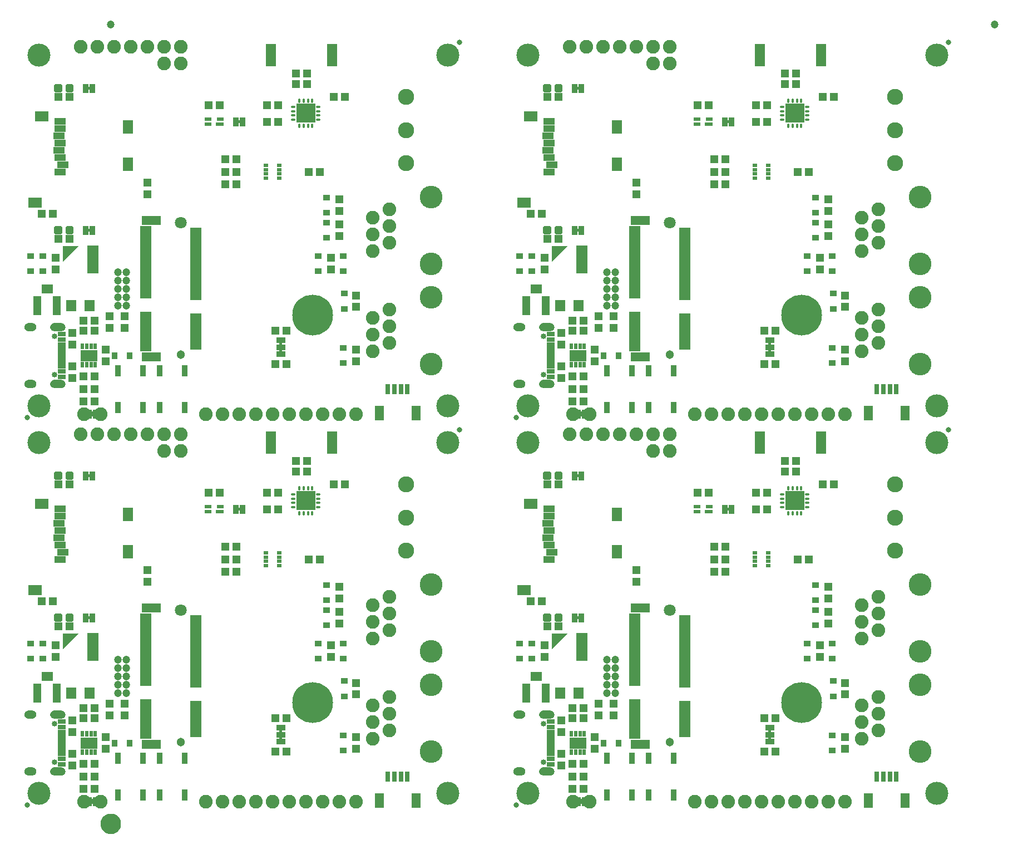
<source format=gts>
G04 EAGLE Gerber RS-274X export*
G75*
%MOMM*%
%FSLAX34Y34*%
%LPD*%
%INSoldermask Top*%
%IPPOS*%
%AMOC8*
5,1,8,0,0,1.08239X$1,22.5*%
G01*
%ADD10R,1.203200X0.503200*%
%ADD11R,1.203200X0.803200*%
%ADD12C,0.853200*%
%ADD13R,1.203200X1.303200*%
%ADD14R,0.503200X0.853200*%
%ADD15R,2.553200X1.803200*%
%ADD16R,1.303200X1.203200*%
%ADD17C,0.838200*%
%ADD18C,3.505200*%
%ADD19R,1.700000X4.200000*%
%ADD20R,1.033200X0.833200*%
%ADD21R,1.403200X2.203200*%
%ADD22R,0.803200X1.553200*%
%ADD23R,1.473200X0.863600*%
%ADD24R,0.965200X1.727200*%
%ADD25R,0.838200X1.473200*%
%ADD26R,1.203200X3.003200*%
%ADD27R,1.603200X1.803200*%
%ADD28C,2.082800*%
%ADD29C,1.203200*%
%ADD30R,1.603200X2.003200*%
%ADD31R,2.103200X1.603200*%
%ADD32R,1.703200X1.003200*%
%ADD33C,6.203200*%
%ADD34R,0.833200X1.033200*%
%ADD35R,0.703200X0.553200*%
%ADD36R,1.103200X0.553200*%
%ADD37R,1.203200X0.553200*%
%ADD38R,0.863600X1.473200*%
%ADD39C,0.505344*%
%ADD40C,2.453200*%
%ADD41C,3.454400*%
%ADD42R,2.903200X2.903200*%
%ADD43C,0.350000*%
%ADD44R,1.503200X3.403600*%
%ADD45C,1.303200*%
%ADD46C,1.803200*%
%ADD47R,1.753200X0.503200*%
%ADD48R,2.953200X1.403200*%
%ADD49C,1.270000*%
%ADD50C,1.703200*%

G36*
X806326Y833137D02*
X806326Y833137D01*
X806353Y833133D01*
X806394Y833151D01*
X806436Y833160D01*
X806472Y833186D01*
X806481Y833190D01*
X806485Y833195D01*
X806496Y833204D01*
X830496Y857204D01*
X830517Y857242D01*
X830546Y857275D01*
X830550Y857302D01*
X830563Y857326D01*
X830560Y857370D01*
X830567Y857413D01*
X830556Y857439D01*
X830554Y857466D01*
X830528Y857501D01*
X830510Y857541D01*
X830487Y857556D01*
X830471Y857578D01*
X830430Y857594D01*
X830394Y857618D01*
X830350Y857625D01*
X830341Y857628D01*
X830334Y857627D01*
X830320Y857629D01*
X806320Y857629D01*
X806304Y857624D01*
X806287Y857627D01*
X806237Y857605D01*
X806186Y857590D01*
X806175Y857577D01*
X806159Y857570D01*
X806129Y857525D01*
X806094Y857485D01*
X806091Y857468D01*
X806082Y857454D01*
X806071Y857380D01*
X806071Y833380D01*
X806083Y833338D01*
X806086Y833294D01*
X806102Y833272D01*
X806110Y833246D01*
X806143Y833217D01*
X806169Y833182D01*
X806195Y833172D01*
X806215Y833154D01*
X806259Y833147D01*
X806299Y833132D01*
X806326Y833137D01*
G37*
G36*
X62106Y833137D02*
X62106Y833137D01*
X62133Y833133D01*
X62174Y833151D01*
X62216Y833160D01*
X62252Y833186D01*
X62261Y833190D01*
X62265Y833195D01*
X62276Y833204D01*
X86276Y857204D01*
X86297Y857242D01*
X86326Y857275D01*
X86330Y857302D01*
X86343Y857326D01*
X86340Y857370D01*
X86347Y857413D01*
X86336Y857439D01*
X86334Y857466D01*
X86308Y857501D01*
X86290Y857541D01*
X86267Y857556D01*
X86251Y857578D01*
X86210Y857594D01*
X86174Y857618D01*
X86130Y857625D01*
X86121Y857628D01*
X86114Y857627D01*
X86100Y857629D01*
X62100Y857629D01*
X62084Y857624D01*
X62067Y857627D01*
X62017Y857605D01*
X61966Y857590D01*
X61955Y857577D01*
X61939Y857570D01*
X61909Y857525D01*
X61874Y857485D01*
X61871Y857468D01*
X61862Y857454D01*
X61851Y857380D01*
X61851Y833380D01*
X61863Y833338D01*
X61866Y833294D01*
X61882Y833272D01*
X61890Y833246D01*
X61923Y833217D01*
X61949Y833182D01*
X61975Y833172D01*
X61995Y833154D01*
X62039Y833147D01*
X62079Y833132D01*
X62106Y833137D01*
G37*
G36*
X806326Y243857D02*
X806326Y243857D01*
X806353Y243853D01*
X806394Y243871D01*
X806436Y243880D01*
X806472Y243906D01*
X806481Y243910D01*
X806485Y243915D01*
X806496Y243924D01*
X830496Y267924D01*
X830517Y267962D01*
X830546Y267995D01*
X830550Y268022D01*
X830563Y268046D01*
X830560Y268090D01*
X830567Y268133D01*
X830556Y268159D01*
X830554Y268186D01*
X830528Y268221D01*
X830510Y268261D01*
X830487Y268276D01*
X830471Y268298D01*
X830430Y268314D01*
X830394Y268338D01*
X830350Y268345D01*
X830341Y268348D01*
X830334Y268347D01*
X830320Y268349D01*
X806320Y268349D01*
X806304Y268344D01*
X806287Y268347D01*
X806237Y268325D01*
X806186Y268310D01*
X806175Y268297D01*
X806159Y268290D01*
X806129Y268245D01*
X806094Y268205D01*
X806091Y268188D01*
X806082Y268174D01*
X806071Y268100D01*
X806071Y244100D01*
X806083Y244058D01*
X806086Y244014D01*
X806102Y243992D01*
X806110Y243966D01*
X806143Y243937D01*
X806169Y243902D01*
X806195Y243892D01*
X806215Y243874D01*
X806259Y243867D01*
X806299Y243852D01*
X806326Y243857D01*
G37*
G36*
X62106Y243857D02*
X62106Y243857D01*
X62133Y243853D01*
X62174Y243871D01*
X62216Y243880D01*
X62252Y243906D01*
X62261Y243910D01*
X62265Y243915D01*
X62276Y243924D01*
X86276Y267924D01*
X86297Y267962D01*
X86326Y267995D01*
X86330Y268022D01*
X86343Y268046D01*
X86340Y268090D01*
X86347Y268133D01*
X86336Y268159D01*
X86334Y268186D01*
X86308Y268221D01*
X86290Y268261D01*
X86267Y268276D01*
X86251Y268298D01*
X86210Y268314D01*
X86174Y268338D01*
X86130Y268345D01*
X86121Y268348D01*
X86114Y268347D01*
X86100Y268349D01*
X62100Y268349D01*
X62084Y268344D01*
X62067Y268347D01*
X62017Y268325D01*
X61966Y268310D01*
X61955Y268297D01*
X61939Y268290D01*
X61909Y268245D01*
X61874Y268205D01*
X61871Y268188D01*
X61862Y268174D01*
X61851Y268100D01*
X61851Y244100D01*
X61863Y244058D01*
X61866Y244014D01*
X61882Y243992D01*
X61890Y243966D01*
X61923Y243937D01*
X61949Y243902D01*
X61975Y243892D01*
X61995Y243874D01*
X62039Y243867D01*
X62079Y243852D01*
X62106Y243857D01*
G37*
G36*
X60304Y728034D02*
X60304Y728034D01*
X60307Y728031D01*
X61429Y728186D01*
X61434Y728191D01*
X61438Y728188D01*
X62509Y728559D01*
X62513Y728565D01*
X62518Y728563D01*
X63495Y729136D01*
X63498Y729142D01*
X63503Y729141D01*
X64350Y729894D01*
X64352Y729901D01*
X64357Y729901D01*
X65041Y730804D01*
X65041Y730811D01*
X65046Y730812D01*
X65541Y731831D01*
X65539Y731838D01*
X65544Y731840D01*
X65831Y732937D01*
X65829Y732941D01*
X65831Y732942D01*
X65829Y732944D01*
X65832Y732946D01*
X65899Y734077D01*
X65897Y734081D01*
X65899Y734083D01*
X65832Y735214D01*
X65827Y735219D01*
X65831Y735223D01*
X65544Y736320D01*
X65538Y736324D01*
X65541Y736329D01*
X65046Y737348D01*
X65040Y737351D01*
X65041Y737356D01*
X64357Y738259D01*
X64350Y738261D01*
X64350Y738266D01*
X63503Y739019D01*
X63496Y739019D01*
X63495Y739024D01*
X62518Y739597D01*
X62511Y739596D01*
X62509Y739601D01*
X61438Y739972D01*
X61432Y739969D01*
X61429Y739974D01*
X60307Y740129D01*
X60302Y740126D01*
X60300Y740129D01*
X48300Y740129D01*
X48295Y740126D01*
X48292Y740129D01*
X47025Y739924D01*
X47019Y739918D01*
X47015Y739921D01*
X45825Y739439D01*
X45821Y739432D01*
X45815Y739434D01*
X44762Y738700D01*
X44760Y738692D01*
X44754Y738693D01*
X43891Y737743D01*
X43890Y737734D01*
X43885Y737734D01*
X43255Y736615D01*
X43256Y736607D01*
X43250Y736605D01*
X42885Y735375D01*
X42888Y735367D01*
X42883Y735364D01*
X42801Y734083D01*
X42804Y734079D01*
X42801Y734077D01*
X42883Y732796D01*
X42889Y732790D01*
X42885Y732785D01*
X43250Y731555D01*
X43257Y731550D01*
X43255Y731545D01*
X43885Y730426D01*
X43892Y730423D01*
X43891Y730417D01*
X44754Y729467D01*
X44762Y729466D01*
X44762Y729460D01*
X45815Y728726D01*
X45823Y728726D01*
X45825Y728721D01*
X47015Y728239D01*
X47022Y728241D01*
X47025Y728236D01*
X48292Y728031D01*
X48297Y728034D01*
X48300Y728031D01*
X60300Y728031D01*
X60304Y728034D01*
G37*
G36*
X804524Y641634D02*
X804524Y641634D01*
X804527Y641631D01*
X805649Y641786D01*
X805654Y641791D01*
X805658Y641788D01*
X806729Y642159D01*
X806733Y642165D01*
X806738Y642163D01*
X807715Y642736D01*
X807718Y642742D01*
X807723Y642741D01*
X808570Y643494D01*
X808572Y643501D01*
X808577Y643501D01*
X809261Y644404D01*
X809261Y644411D01*
X809266Y644412D01*
X809761Y645431D01*
X809759Y645438D01*
X809764Y645440D01*
X810051Y646537D01*
X810049Y646541D01*
X810051Y646542D01*
X810049Y646544D01*
X810052Y646546D01*
X810119Y647677D01*
X810117Y647681D01*
X810119Y647683D01*
X810052Y648814D01*
X810047Y648819D01*
X810051Y648823D01*
X809764Y649920D01*
X809758Y649924D01*
X809761Y649929D01*
X809266Y650948D01*
X809260Y650951D01*
X809261Y650956D01*
X808577Y651859D01*
X808570Y651861D01*
X808570Y651866D01*
X807723Y652619D01*
X807716Y652619D01*
X807715Y652624D01*
X806738Y653197D01*
X806731Y653196D01*
X806729Y653201D01*
X805658Y653572D01*
X805652Y653569D01*
X805649Y653574D01*
X804527Y653729D01*
X804522Y653726D01*
X804520Y653729D01*
X792520Y653729D01*
X792515Y653726D01*
X792512Y653729D01*
X791245Y653524D01*
X791239Y653518D01*
X791235Y653521D01*
X790045Y653039D01*
X790041Y653032D01*
X790035Y653034D01*
X788982Y652300D01*
X788980Y652292D01*
X788974Y652293D01*
X788111Y651343D01*
X788110Y651334D01*
X788105Y651334D01*
X787475Y650215D01*
X787476Y650207D01*
X787470Y650205D01*
X787105Y648975D01*
X787108Y648967D01*
X787103Y648964D01*
X787021Y647683D01*
X787024Y647679D01*
X787021Y647677D01*
X787103Y646396D01*
X787109Y646390D01*
X787105Y646385D01*
X787470Y645155D01*
X787477Y645150D01*
X787475Y645145D01*
X788105Y644026D01*
X788112Y644023D01*
X788111Y644017D01*
X788974Y643067D01*
X788982Y643066D01*
X788982Y643060D01*
X790035Y642326D01*
X790043Y642326D01*
X790045Y642321D01*
X791235Y641839D01*
X791242Y641841D01*
X791245Y641836D01*
X792512Y641631D01*
X792517Y641634D01*
X792520Y641631D01*
X804520Y641631D01*
X804524Y641634D01*
G37*
G36*
X804524Y728034D02*
X804524Y728034D01*
X804527Y728031D01*
X805649Y728186D01*
X805654Y728191D01*
X805658Y728188D01*
X806729Y728559D01*
X806733Y728565D01*
X806738Y728563D01*
X807715Y729136D01*
X807718Y729142D01*
X807723Y729141D01*
X808570Y729894D01*
X808572Y729901D01*
X808577Y729901D01*
X809261Y730804D01*
X809261Y730811D01*
X809266Y730812D01*
X809761Y731831D01*
X809759Y731838D01*
X809764Y731840D01*
X810051Y732937D01*
X810049Y732941D01*
X810051Y732942D01*
X810049Y732944D01*
X810052Y732946D01*
X810119Y734077D01*
X810117Y734081D01*
X810119Y734083D01*
X810052Y735214D01*
X810047Y735219D01*
X810051Y735223D01*
X809764Y736320D01*
X809758Y736324D01*
X809761Y736329D01*
X809266Y737348D01*
X809260Y737351D01*
X809261Y737356D01*
X808577Y738259D01*
X808570Y738261D01*
X808570Y738266D01*
X807723Y739019D01*
X807716Y739019D01*
X807715Y739024D01*
X806738Y739597D01*
X806731Y739596D01*
X806729Y739601D01*
X805658Y739972D01*
X805652Y739969D01*
X805649Y739974D01*
X804527Y740129D01*
X804522Y740126D01*
X804520Y740129D01*
X792520Y740129D01*
X792515Y740126D01*
X792512Y740129D01*
X791245Y739924D01*
X791239Y739918D01*
X791235Y739921D01*
X790045Y739439D01*
X790041Y739432D01*
X790035Y739434D01*
X788982Y738700D01*
X788980Y738692D01*
X788974Y738693D01*
X788111Y737743D01*
X788110Y737734D01*
X788105Y737734D01*
X787475Y736615D01*
X787476Y736607D01*
X787470Y736605D01*
X787105Y735375D01*
X787108Y735367D01*
X787103Y735364D01*
X787021Y734083D01*
X787024Y734079D01*
X787021Y734077D01*
X787103Y732796D01*
X787109Y732790D01*
X787105Y732785D01*
X787470Y731555D01*
X787477Y731550D01*
X787475Y731545D01*
X788105Y730426D01*
X788112Y730423D01*
X788111Y730417D01*
X788974Y729467D01*
X788982Y729466D01*
X788982Y729460D01*
X790035Y728726D01*
X790043Y728726D01*
X790045Y728721D01*
X791235Y728239D01*
X791242Y728241D01*
X791245Y728236D01*
X792512Y728031D01*
X792517Y728034D01*
X792520Y728031D01*
X804520Y728031D01*
X804524Y728034D01*
G37*
G36*
X60304Y641634D02*
X60304Y641634D01*
X60307Y641631D01*
X61429Y641786D01*
X61434Y641791D01*
X61438Y641788D01*
X62509Y642159D01*
X62513Y642165D01*
X62518Y642163D01*
X63495Y642736D01*
X63498Y642742D01*
X63503Y642741D01*
X64350Y643494D01*
X64352Y643501D01*
X64357Y643501D01*
X65041Y644404D01*
X65041Y644411D01*
X65046Y644412D01*
X65541Y645431D01*
X65539Y645438D01*
X65544Y645440D01*
X65831Y646537D01*
X65829Y646541D01*
X65831Y646542D01*
X65829Y646544D01*
X65832Y646546D01*
X65899Y647677D01*
X65897Y647681D01*
X65899Y647683D01*
X65832Y648814D01*
X65827Y648819D01*
X65831Y648823D01*
X65544Y649920D01*
X65538Y649924D01*
X65541Y649929D01*
X65046Y650948D01*
X65040Y650951D01*
X65041Y650956D01*
X64357Y651859D01*
X64350Y651861D01*
X64350Y651866D01*
X63503Y652619D01*
X63496Y652619D01*
X63495Y652624D01*
X62518Y653197D01*
X62511Y653196D01*
X62509Y653201D01*
X61438Y653572D01*
X61432Y653569D01*
X61429Y653574D01*
X60307Y653729D01*
X60302Y653726D01*
X60300Y653729D01*
X48300Y653729D01*
X48295Y653726D01*
X48292Y653729D01*
X47025Y653524D01*
X47019Y653518D01*
X47015Y653521D01*
X45825Y653039D01*
X45821Y653032D01*
X45815Y653034D01*
X44762Y652300D01*
X44760Y652292D01*
X44754Y652293D01*
X43891Y651343D01*
X43890Y651334D01*
X43885Y651334D01*
X43255Y650215D01*
X43256Y650207D01*
X43250Y650205D01*
X42885Y648975D01*
X42888Y648967D01*
X42883Y648964D01*
X42801Y647683D01*
X42804Y647679D01*
X42801Y647677D01*
X42883Y646396D01*
X42889Y646390D01*
X42885Y646385D01*
X43250Y645155D01*
X43257Y645150D01*
X43255Y645145D01*
X43885Y644026D01*
X43892Y644023D01*
X43891Y644017D01*
X44754Y643067D01*
X44762Y643066D01*
X44762Y643060D01*
X45815Y642326D01*
X45823Y642326D01*
X45825Y642321D01*
X47015Y641839D01*
X47022Y641841D01*
X47025Y641836D01*
X48292Y641631D01*
X48297Y641634D01*
X48300Y641631D01*
X60300Y641631D01*
X60304Y641634D01*
G37*
G36*
X804524Y138754D02*
X804524Y138754D01*
X804527Y138751D01*
X805649Y138906D01*
X805654Y138911D01*
X805658Y138908D01*
X806729Y139279D01*
X806733Y139285D01*
X806738Y139283D01*
X807715Y139856D01*
X807718Y139862D01*
X807723Y139861D01*
X808570Y140614D01*
X808572Y140621D01*
X808577Y140621D01*
X809261Y141524D01*
X809261Y141531D01*
X809266Y141532D01*
X809761Y142551D01*
X809759Y142558D01*
X809764Y142560D01*
X810051Y143657D01*
X810049Y143661D01*
X810051Y143662D01*
X810049Y143664D01*
X810052Y143666D01*
X810119Y144797D01*
X810117Y144801D01*
X810119Y144803D01*
X810052Y145934D01*
X810047Y145939D01*
X810051Y145943D01*
X809764Y147040D01*
X809758Y147044D01*
X809761Y147049D01*
X809266Y148068D01*
X809260Y148071D01*
X809261Y148076D01*
X808577Y148979D01*
X808570Y148981D01*
X808570Y148986D01*
X807723Y149739D01*
X807716Y149739D01*
X807715Y149744D01*
X806738Y150317D01*
X806731Y150316D01*
X806729Y150321D01*
X805658Y150692D01*
X805652Y150689D01*
X805649Y150694D01*
X804527Y150849D01*
X804522Y150846D01*
X804520Y150849D01*
X792520Y150849D01*
X792515Y150846D01*
X792512Y150849D01*
X791245Y150644D01*
X791239Y150638D01*
X791235Y150641D01*
X790045Y150159D01*
X790041Y150152D01*
X790035Y150154D01*
X788982Y149420D01*
X788980Y149412D01*
X788974Y149413D01*
X788111Y148463D01*
X788110Y148454D01*
X788105Y148454D01*
X787475Y147335D01*
X787476Y147327D01*
X787470Y147325D01*
X787105Y146095D01*
X787108Y146087D01*
X787103Y146084D01*
X787021Y144803D01*
X787024Y144799D01*
X787021Y144797D01*
X787103Y143516D01*
X787109Y143510D01*
X787105Y143505D01*
X787470Y142275D01*
X787477Y142270D01*
X787475Y142265D01*
X788105Y141146D01*
X788112Y141143D01*
X788111Y141137D01*
X788974Y140187D01*
X788982Y140186D01*
X788982Y140180D01*
X790035Y139446D01*
X790043Y139446D01*
X790045Y139441D01*
X791235Y138959D01*
X791242Y138961D01*
X791245Y138956D01*
X792512Y138751D01*
X792517Y138754D01*
X792520Y138751D01*
X804520Y138751D01*
X804524Y138754D01*
G37*
G36*
X60304Y138754D02*
X60304Y138754D01*
X60307Y138751D01*
X61429Y138906D01*
X61434Y138911D01*
X61438Y138908D01*
X62509Y139279D01*
X62513Y139285D01*
X62518Y139283D01*
X63495Y139856D01*
X63498Y139862D01*
X63503Y139861D01*
X64350Y140614D01*
X64352Y140621D01*
X64357Y140621D01*
X65041Y141524D01*
X65041Y141531D01*
X65046Y141532D01*
X65541Y142551D01*
X65539Y142558D01*
X65544Y142560D01*
X65831Y143657D01*
X65829Y143661D01*
X65831Y143662D01*
X65829Y143664D01*
X65832Y143666D01*
X65899Y144797D01*
X65897Y144801D01*
X65899Y144803D01*
X65832Y145934D01*
X65827Y145939D01*
X65831Y145943D01*
X65544Y147040D01*
X65538Y147044D01*
X65541Y147049D01*
X65046Y148068D01*
X65040Y148071D01*
X65041Y148076D01*
X64357Y148979D01*
X64350Y148981D01*
X64350Y148986D01*
X63503Y149739D01*
X63496Y149739D01*
X63495Y149744D01*
X62518Y150317D01*
X62511Y150316D01*
X62509Y150321D01*
X61438Y150692D01*
X61432Y150689D01*
X61429Y150694D01*
X60307Y150849D01*
X60302Y150846D01*
X60300Y150849D01*
X48300Y150849D01*
X48295Y150846D01*
X48292Y150849D01*
X47025Y150644D01*
X47019Y150638D01*
X47015Y150641D01*
X45825Y150159D01*
X45821Y150152D01*
X45815Y150154D01*
X44762Y149420D01*
X44760Y149412D01*
X44754Y149413D01*
X43891Y148463D01*
X43890Y148454D01*
X43885Y148454D01*
X43255Y147335D01*
X43256Y147327D01*
X43250Y147325D01*
X42885Y146095D01*
X42888Y146087D01*
X42883Y146084D01*
X42801Y144803D01*
X42804Y144799D01*
X42801Y144797D01*
X42883Y143516D01*
X42889Y143510D01*
X42885Y143505D01*
X43250Y142275D01*
X43257Y142270D01*
X43255Y142265D01*
X43885Y141146D01*
X43892Y141143D01*
X43891Y141137D01*
X44754Y140187D01*
X44762Y140186D01*
X44762Y140180D01*
X45815Y139446D01*
X45823Y139446D01*
X45825Y139441D01*
X47015Y138959D01*
X47022Y138961D01*
X47025Y138956D01*
X48292Y138751D01*
X48297Y138754D01*
X48300Y138751D01*
X60300Y138751D01*
X60304Y138754D01*
G37*
G36*
X60304Y52354D02*
X60304Y52354D01*
X60307Y52351D01*
X61429Y52506D01*
X61434Y52511D01*
X61438Y52508D01*
X62509Y52879D01*
X62513Y52885D01*
X62518Y52883D01*
X63495Y53456D01*
X63498Y53462D01*
X63503Y53461D01*
X64350Y54214D01*
X64352Y54221D01*
X64357Y54221D01*
X65041Y55124D01*
X65041Y55131D01*
X65046Y55132D01*
X65541Y56151D01*
X65539Y56158D01*
X65544Y56160D01*
X65831Y57257D01*
X65829Y57261D01*
X65831Y57262D01*
X65829Y57264D01*
X65832Y57266D01*
X65899Y58397D01*
X65897Y58401D01*
X65899Y58403D01*
X65832Y59534D01*
X65827Y59539D01*
X65831Y59543D01*
X65544Y60640D01*
X65538Y60644D01*
X65541Y60649D01*
X65046Y61668D01*
X65040Y61671D01*
X65041Y61676D01*
X64357Y62579D01*
X64350Y62581D01*
X64350Y62586D01*
X63503Y63339D01*
X63496Y63339D01*
X63495Y63344D01*
X62518Y63917D01*
X62511Y63916D01*
X62509Y63921D01*
X61438Y64292D01*
X61432Y64289D01*
X61429Y64294D01*
X60307Y64449D01*
X60302Y64446D01*
X60300Y64449D01*
X48300Y64449D01*
X48295Y64446D01*
X48292Y64449D01*
X47025Y64244D01*
X47019Y64238D01*
X47015Y64241D01*
X45825Y63759D01*
X45821Y63752D01*
X45815Y63754D01*
X44762Y63020D01*
X44760Y63012D01*
X44754Y63013D01*
X43891Y62063D01*
X43890Y62054D01*
X43885Y62054D01*
X43255Y60935D01*
X43256Y60927D01*
X43250Y60925D01*
X42885Y59695D01*
X42888Y59687D01*
X42883Y59684D01*
X42801Y58403D01*
X42804Y58399D01*
X42801Y58397D01*
X42883Y57116D01*
X42889Y57110D01*
X42885Y57105D01*
X43250Y55875D01*
X43257Y55870D01*
X43255Y55865D01*
X43885Y54746D01*
X43892Y54743D01*
X43891Y54737D01*
X44754Y53787D01*
X44762Y53786D01*
X44762Y53780D01*
X45815Y53046D01*
X45823Y53046D01*
X45825Y53041D01*
X47015Y52559D01*
X47022Y52561D01*
X47025Y52556D01*
X48292Y52351D01*
X48297Y52354D01*
X48300Y52351D01*
X60300Y52351D01*
X60304Y52354D01*
G37*
G36*
X804524Y52354D02*
X804524Y52354D01*
X804527Y52351D01*
X805649Y52506D01*
X805654Y52511D01*
X805658Y52508D01*
X806729Y52879D01*
X806733Y52885D01*
X806738Y52883D01*
X807715Y53456D01*
X807718Y53462D01*
X807723Y53461D01*
X808570Y54214D01*
X808572Y54221D01*
X808577Y54221D01*
X809261Y55124D01*
X809261Y55131D01*
X809266Y55132D01*
X809761Y56151D01*
X809759Y56158D01*
X809764Y56160D01*
X810051Y57257D01*
X810049Y57261D01*
X810051Y57262D01*
X810049Y57264D01*
X810052Y57266D01*
X810119Y58397D01*
X810117Y58401D01*
X810119Y58403D01*
X810052Y59534D01*
X810047Y59539D01*
X810051Y59543D01*
X809764Y60640D01*
X809758Y60644D01*
X809761Y60649D01*
X809266Y61668D01*
X809260Y61671D01*
X809261Y61676D01*
X808577Y62579D01*
X808570Y62581D01*
X808570Y62586D01*
X807723Y63339D01*
X807716Y63339D01*
X807715Y63344D01*
X806738Y63917D01*
X806731Y63916D01*
X806729Y63921D01*
X805658Y64292D01*
X805652Y64289D01*
X805649Y64294D01*
X804527Y64449D01*
X804522Y64446D01*
X804520Y64449D01*
X792520Y64449D01*
X792515Y64446D01*
X792512Y64449D01*
X791245Y64244D01*
X791239Y64238D01*
X791235Y64241D01*
X790045Y63759D01*
X790041Y63752D01*
X790035Y63754D01*
X788982Y63020D01*
X788980Y63012D01*
X788974Y63013D01*
X788111Y62063D01*
X788110Y62054D01*
X788105Y62054D01*
X787475Y60935D01*
X787476Y60927D01*
X787470Y60925D01*
X787105Y59695D01*
X787108Y59687D01*
X787103Y59684D01*
X787021Y58403D01*
X787024Y58399D01*
X787021Y58397D01*
X787103Y57116D01*
X787109Y57110D01*
X787105Y57105D01*
X787470Y55875D01*
X787477Y55870D01*
X787475Y55865D01*
X788105Y54746D01*
X788112Y54743D01*
X788111Y54737D01*
X788974Y53787D01*
X788982Y53786D01*
X788982Y53780D01*
X790035Y53046D01*
X790043Y53046D01*
X790045Y53041D01*
X791235Y52559D01*
X791242Y52561D01*
X791245Y52556D01*
X792512Y52351D01*
X792517Y52354D01*
X792520Y52351D01*
X804520Y52351D01*
X804524Y52354D01*
G37*
G36*
X759723Y641633D02*
X759723Y641633D01*
X759725Y641631D01*
X760901Y641742D01*
X760906Y641747D01*
X760910Y641744D01*
X762042Y642082D01*
X762046Y642088D01*
X762051Y642086D01*
X763095Y642638D01*
X763098Y642645D01*
X763103Y642643D01*
X764019Y643389D01*
X764020Y643396D01*
X764026Y643396D01*
X764779Y644306D01*
X764779Y644313D01*
X764784Y644314D01*
X765345Y645353D01*
X765344Y645358D01*
X765348Y645360D01*
X765347Y645361D01*
X765349Y645362D01*
X765696Y646491D01*
X765696Y646492D01*
X765697Y646493D01*
X765694Y646497D01*
X765698Y646500D01*
X765819Y647675D01*
X765815Y647682D01*
X765819Y647686D01*
X765662Y649026D01*
X765657Y649032D01*
X765660Y649037D01*
X765209Y650308D01*
X765202Y650313D01*
X765204Y650318D01*
X764482Y651457D01*
X764474Y651460D01*
X764475Y651466D01*
X763517Y652416D01*
X763509Y652417D01*
X763508Y652423D01*
X762363Y653136D01*
X762355Y653135D01*
X762353Y653141D01*
X761077Y653581D01*
X761070Y653579D01*
X761067Y653583D01*
X759725Y653729D01*
X759722Y653727D01*
X759720Y653729D01*
X753720Y653729D01*
X753717Y653727D01*
X753714Y653729D01*
X752385Y653574D01*
X752379Y653568D01*
X752375Y653571D01*
X751114Y653124D01*
X751109Y653117D01*
X751104Y653119D01*
X749974Y652402D01*
X749971Y652395D01*
X749965Y652396D01*
X749023Y651446D01*
X749022Y651437D01*
X749016Y651437D01*
X748309Y650301D01*
X748310Y650293D01*
X748304Y650291D01*
X747868Y649026D01*
X747870Y649018D01*
X747865Y649016D01*
X747721Y647685D01*
X747725Y647679D01*
X747721Y647675D01*
X747831Y646509D01*
X747836Y646504D01*
X747833Y646500D01*
X748168Y645377D01*
X748174Y645373D01*
X748172Y645369D01*
X748720Y644333D01*
X748726Y644330D01*
X748725Y644325D01*
X749464Y643417D01*
X749471Y643415D01*
X749471Y643410D01*
X750373Y642663D01*
X750381Y642663D01*
X750381Y642658D01*
X751412Y642101D01*
X751419Y642102D01*
X751421Y642097D01*
X752540Y641753D01*
X752547Y641755D01*
X752550Y641751D01*
X753715Y641631D01*
X753718Y641633D01*
X753720Y641631D01*
X759720Y641631D01*
X759723Y641633D01*
G37*
G36*
X15503Y641633D02*
X15503Y641633D01*
X15505Y641631D01*
X16681Y641742D01*
X16686Y641747D01*
X16690Y641744D01*
X17822Y642082D01*
X17826Y642088D01*
X17831Y642086D01*
X18875Y642638D01*
X18878Y642645D01*
X18883Y642643D01*
X19799Y643389D01*
X19800Y643396D01*
X19806Y643396D01*
X20559Y644306D01*
X20559Y644313D01*
X20564Y644314D01*
X21125Y645353D01*
X21124Y645358D01*
X21128Y645360D01*
X21127Y645361D01*
X21129Y645362D01*
X21476Y646491D01*
X21476Y646492D01*
X21477Y646493D01*
X21474Y646497D01*
X21478Y646500D01*
X21599Y647675D01*
X21595Y647682D01*
X21599Y647686D01*
X21442Y649026D01*
X21437Y649032D01*
X21440Y649037D01*
X20989Y650308D01*
X20982Y650313D01*
X20984Y650318D01*
X20262Y651457D01*
X20254Y651460D01*
X20255Y651466D01*
X19297Y652416D01*
X19289Y652417D01*
X19288Y652423D01*
X18143Y653136D01*
X18135Y653135D01*
X18133Y653141D01*
X16857Y653581D01*
X16850Y653579D01*
X16847Y653583D01*
X15505Y653729D01*
X15502Y653727D01*
X15500Y653729D01*
X9500Y653729D01*
X9497Y653727D01*
X9494Y653729D01*
X8165Y653574D01*
X8159Y653568D01*
X8155Y653571D01*
X6894Y653124D01*
X6889Y653117D01*
X6884Y653119D01*
X5754Y652402D01*
X5751Y652395D01*
X5745Y652396D01*
X4803Y651446D01*
X4802Y651437D01*
X4796Y651437D01*
X4089Y650301D01*
X4090Y650293D01*
X4084Y650291D01*
X3648Y649026D01*
X3650Y649018D01*
X3645Y649016D01*
X3501Y647685D01*
X3505Y647679D01*
X3501Y647675D01*
X3611Y646509D01*
X3616Y646504D01*
X3613Y646500D01*
X3948Y645377D01*
X3954Y645373D01*
X3952Y645369D01*
X4500Y644333D01*
X4506Y644330D01*
X4505Y644325D01*
X5244Y643417D01*
X5251Y643415D01*
X5251Y643410D01*
X6153Y642663D01*
X6161Y642663D01*
X6161Y642658D01*
X7192Y642101D01*
X7199Y642102D01*
X7201Y642097D01*
X8320Y641753D01*
X8327Y641755D01*
X8330Y641751D01*
X9495Y641631D01*
X9498Y641633D01*
X9500Y641631D01*
X15500Y641631D01*
X15503Y641633D01*
G37*
G36*
X759723Y138753D02*
X759723Y138753D01*
X759725Y138751D01*
X760901Y138862D01*
X760906Y138867D01*
X760910Y138864D01*
X762042Y139202D01*
X762046Y139208D01*
X762051Y139206D01*
X763095Y139758D01*
X763098Y139765D01*
X763103Y139763D01*
X764019Y140509D01*
X764020Y140516D01*
X764026Y140516D01*
X764779Y141426D01*
X764779Y141433D01*
X764784Y141434D01*
X765345Y142473D01*
X765344Y142478D01*
X765348Y142480D01*
X765347Y142481D01*
X765349Y142482D01*
X765696Y143611D01*
X765696Y143612D01*
X765697Y143613D01*
X765694Y143617D01*
X765698Y143620D01*
X765819Y144795D01*
X765815Y144802D01*
X765819Y144806D01*
X765662Y146146D01*
X765657Y146152D01*
X765660Y146157D01*
X765209Y147428D01*
X765202Y147433D01*
X765204Y147438D01*
X764482Y148577D01*
X764474Y148580D01*
X764475Y148586D01*
X763517Y149536D01*
X763509Y149537D01*
X763508Y149543D01*
X762363Y150256D01*
X762355Y150255D01*
X762353Y150261D01*
X761077Y150701D01*
X761070Y150699D01*
X761067Y150703D01*
X759725Y150849D01*
X759722Y150847D01*
X759720Y150849D01*
X753720Y150849D01*
X753717Y150847D01*
X753714Y150849D01*
X752385Y150694D01*
X752379Y150688D01*
X752375Y150691D01*
X751114Y150244D01*
X751109Y150237D01*
X751104Y150239D01*
X749974Y149522D01*
X749971Y149515D01*
X749965Y149516D01*
X749023Y148566D01*
X749022Y148557D01*
X749016Y148557D01*
X748309Y147421D01*
X748310Y147413D01*
X748304Y147411D01*
X747868Y146146D01*
X747870Y146138D01*
X747865Y146136D01*
X747721Y144805D01*
X747725Y144799D01*
X747721Y144795D01*
X747831Y143629D01*
X747836Y143624D01*
X747833Y143620D01*
X748168Y142497D01*
X748174Y142493D01*
X748172Y142489D01*
X748720Y141453D01*
X748726Y141450D01*
X748725Y141445D01*
X749464Y140537D01*
X749471Y140535D01*
X749471Y140530D01*
X750373Y139783D01*
X750381Y139783D01*
X750381Y139778D01*
X751412Y139221D01*
X751419Y139222D01*
X751421Y139217D01*
X752540Y138873D01*
X752547Y138875D01*
X752550Y138871D01*
X753715Y138751D01*
X753718Y138753D01*
X753720Y138751D01*
X759720Y138751D01*
X759723Y138753D01*
G37*
G36*
X15503Y728033D02*
X15503Y728033D01*
X15505Y728031D01*
X16681Y728142D01*
X16686Y728147D01*
X16690Y728144D01*
X17822Y728482D01*
X17826Y728488D01*
X17831Y728486D01*
X18875Y729038D01*
X18878Y729045D01*
X18883Y729043D01*
X19799Y729789D01*
X19800Y729796D01*
X19806Y729796D01*
X20559Y730706D01*
X20559Y730713D01*
X20564Y730714D01*
X21125Y731753D01*
X21124Y731758D01*
X21128Y731760D01*
X21127Y731761D01*
X21129Y731762D01*
X21476Y732891D01*
X21476Y732892D01*
X21477Y732893D01*
X21474Y732897D01*
X21478Y732900D01*
X21599Y734075D01*
X21595Y734082D01*
X21599Y734086D01*
X21442Y735426D01*
X21437Y735432D01*
X21440Y735437D01*
X20989Y736708D01*
X20982Y736713D01*
X20984Y736718D01*
X20262Y737857D01*
X20254Y737860D01*
X20255Y737866D01*
X19297Y738816D01*
X19289Y738817D01*
X19288Y738823D01*
X18143Y739536D01*
X18135Y739535D01*
X18133Y739541D01*
X16857Y739981D01*
X16850Y739979D01*
X16847Y739983D01*
X15505Y740129D01*
X15502Y740127D01*
X15500Y740129D01*
X9500Y740129D01*
X9497Y740127D01*
X9494Y740129D01*
X8165Y739974D01*
X8159Y739968D01*
X8155Y739971D01*
X6894Y739524D01*
X6889Y739517D01*
X6884Y739519D01*
X5754Y738802D01*
X5751Y738795D01*
X5745Y738796D01*
X4803Y737846D01*
X4802Y737837D01*
X4796Y737837D01*
X4089Y736701D01*
X4090Y736693D01*
X4084Y736691D01*
X3648Y735426D01*
X3650Y735418D01*
X3645Y735416D01*
X3501Y734085D01*
X3505Y734079D01*
X3501Y734075D01*
X3611Y732909D01*
X3616Y732904D01*
X3613Y732900D01*
X3948Y731777D01*
X3954Y731773D01*
X3952Y731769D01*
X4500Y730733D01*
X4506Y730730D01*
X4505Y730725D01*
X5244Y729817D01*
X5251Y729815D01*
X5251Y729810D01*
X6153Y729063D01*
X6161Y729063D01*
X6161Y729058D01*
X7192Y728501D01*
X7199Y728502D01*
X7201Y728497D01*
X8320Y728153D01*
X8327Y728155D01*
X8330Y728151D01*
X9495Y728031D01*
X9498Y728033D01*
X9500Y728031D01*
X15500Y728031D01*
X15503Y728033D01*
G37*
G36*
X759723Y728033D02*
X759723Y728033D01*
X759725Y728031D01*
X760901Y728142D01*
X760906Y728147D01*
X760910Y728144D01*
X762042Y728482D01*
X762046Y728488D01*
X762051Y728486D01*
X763095Y729038D01*
X763098Y729045D01*
X763103Y729043D01*
X764019Y729789D01*
X764020Y729796D01*
X764026Y729796D01*
X764779Y730706D01*
X764779Y730713D01*
X764784Y730714D01*
X765345Y731753D01*
X765344Y731758D01*
X765348Y731760D01*
X765347Y731761D01*
X765349Y731762D01*
X765696Y732891D01*
X765696Y732892D01*
X765697Y732893D01*
X765694Y732897D01*
X765698Y732900D01*
X765819Y734075D01*
X765815Y734082D01*
X765819Y734086D01*
X765662Y735426D01*
X765657Y735432D01*
X765660Y735437D01*
X765209Y736708D01*
X765202Y736713D01*
X765204Y736718D01*
X764482Y737857D01*
X764474Y737860D01*
X764475Y737866D01*
X763517Y738816D01*
X763509Y738817D01*
X763508Y738823D01*
X762363Y739536D01*
X762355Y739535D01*
X762353Y739541D01*
X761077Y739981D01*
X761070Y739979D01*
X761067Y739983D01*
X759725Y740129D01*
X759722Y740127D01*
X759720Y740129D01*
X753720Y740129D01*
X753717Y740127D01*
X753714Y740129D01*
X752385Y739974D01*
X752379Y739968D01*
X752375Y739971D01*
X751114Y739524D01*
X751109Y739517D01*
X751104Y739519D01*
X749974Y738802D01*
X749971Y738795D01*
X749965Y738796D01*
X749023Y737846D01*
X749022Y737837D01*
X749016Y737837D01*
X748309Y736701D01*
X748310Y736693D01*
X748304Y736691D01*
X747868Y735426D01*
X747870Y735418D01*
X747865Y735416D01*
X747721Y734085D01*
X747725Y734079D01*
X747721Y734075D01*
X747831Y732909D01*
X747836Y732904D01*
X747833Y732900D01*
X748168Y731777D01*
X748174Y731773D01*
X748172Y731769D01*
X748720Y730733D01*
X748726Y730730D01*
X748725Y730725D01*
X749464Y729817D01*
X749471Y729815D01*
X749471Y729810D01*
X750373Y729063D01*
X750381Y729063D01*
X750381Y729058D01*
X751412Y728501D01*
X751419Y728502D01*
X751421Y728497D01*
X752540Y728153D01*
X752547Y728155D01*
X752550Y728151D01*
X753715Y728031D01*
X753718Y728033D01*
X753720Y728031D01*
X759720Y728031D01*
X759723Y728033D01*
G37*
G36*
X15503Y138753D02*
X15503Y138753D01*
X15505Y138751D01*
X16681Y138862D01*
X16686Y138867D01*
X16690Y138864D01*
X17822Y139202D01*
X17826Y139208D01*
X17831Y139206D01*
X18875Y139758D01*
X18878Y139765D01*
X18883Y139763D01*
X19799Y140509D01*
X19800Y140516D01*
X19806Y140516D01*
X20559Y141426D01*
X20559Y141433D01*
X20564Y141434D01*
X21125Y142473D01*
X21124Y142478D01*
X21128Y142480D01*
X21127Y142481D01*
X21129Y142482D01*
X21476Y143611D01*
X21476Y143612D01*
X21477Y143613D01*
X21474Y143617D01*
X21478Y143620D01*
X21599Y144795D01*
X21595Y144802D01*
X21599Y144806D01*
X21442Y146146D01*
X21437Y146152D01*
X21440Y146157D01*
X20989Y147428D01*
X20982Y147433D01*
X20984Y147438D01*
X20262Y148577D01*
X20254Y148580D01*
X20255Y148586D01*
X19297Y149536D01*
X19289Y149537D01*
X19288Y149543D01*
X18143Y150256D01*
X18135Y150255D01*
X18133Y150261D01*
X16857Y150701D01*
X16850Y150699D01*
X16847Y150703D01*
X15505Y150849D01*
X15502Y150847D01*
X15500Y150849D01*
X9500Y150849D01*
X9497Y150847D01*
X9494Y150849D01*
X8165Y150694D01*
X8159Y150688D01*
X8155Y150691D01*
X6894Y150244D01*
X6889Y150237D01*
X6884Y150239D01*
X5754Y149522D01*
X5751Y149515D01*
X5745Y149516D01*
X4803Y148566D01*
X4802Y148557D01*
X4796Y148557D01*
X4089Y147421D01*
X4090Y147413D01*
X4084Y147411D01*
X3648Y146146D01*
X3650Y146138D01*
X3645Y146136D01*
X3501Y144805D01*
X3505Y144799D01*
X3501Y144795D01*
X3611Y143629D01*
X3616Y143624D01*
X3613Y143620D01*
X3948Y142497D01*
X3954Y142493D01*
X3952Y142489D01*
X4500Y141453D01*
X4506Y141450D01*
X4505Y141445D01*
X5244Y140537D01*
X5251Y140535D01*
X5251Y140530D01*
X6153Y139783D01*
X6161Y139783D01*
X6161Y139778D01*
X7192Y139221D01*
X7199Y139222D01*
X7201Y139217D01*
X8320Y138873D01*
X8327Y138875D01*
X8330Y138871D01*
X9495Y138751D01*
X9498Y138753D01*
X9500Y138751D01*
X15500Y138751D01*
X15503Y138753D01*
G37*
G36*
X759723Y52353D02*
X759723Y52353D01*
X759725Y52351D01*
X760901Y52462D01*
X760906Y52467D01*
X760910Y52464D01*
X762042Y52802D01*
X762046Y52808D01*
X762051Y52806D01*
X763095Y53358D01*
X763098Y53365D01*
X763103Y53363D01*
X764019Y54109D01*
X764020Y54116D01*
X764026Y54116D01*
X764779Y55026D01*
X764779Y55033D01*
X764784Y55034D01*
X765345Y56073D01*
X765344Y56078D01*
X765348Y56080D01*
X765347Y56081D01*
X765349Y56082D01*
X765696Y57211D01*
X765696Y57212D01*
X765697Y57213D01*
X765694Y57217D01*
X765698Y57220D01*
X765819Y58395D01*
X765815Y58402D01*
X765819Y58406D01*
X765662Y59746D01*
X765657Y59752D01*
X765660Y59757D01*
X765209Y61028D01*
X765202Y61033D01*
X765204Y61038D01*
X764482Y62177D01*
X764474Y62180D01*
X764475Y62186D01*
X763517Y63136D01*
X763509Y63137D01*
X763508Y63143D01*
X762363Y63856D01*
X762355Y63855D01*
X762353Y63861D01*
X761077Y64301D01*
X761070Y64299D01*
X761067Y64303D01*
X759725Y64449D01*
X759722Y64447D01*
X759720Y64449D01*
X753720Y64449D01*
X753717Y64447D01*
X753714Y64449D01*
X752385Y64294D01*
X752379Y64288D01*
X752375Y64291D01*
X751114Y63844D01*
X751109Y63837D01*
X751104Y63839D01*
X749974Y63122D01*
X749971Y63115D01*
X749965Y63116D01*
X749023Y62166D01*
X749022Y62157D01*
X749016Y62157D01*
X748309Y61021D01*
X748310Y61013D01*
X748304Y61011D01*
X747868Y59746D01*
X747870Y59738D01*
X747865Y59736D01*
X747721Y58405D01*
X747725Y58399D01*
X747721Y58395D01*
X747831Y57229D01*
X747836Y57224D01*
X747833Y57220D01*
X748168Y56097D01*
X748174Y56093D01*
X748172Y56089D01*
X748720Y55053D01*
X748726Y55050D01*
X748725Y55045D01*
X749464Y54137D01*
X749471Y54135D01*
X749471Y54130D01*
X750373Y53383D01*
X750381Y53383D01*
X750381Y53378D01*
X751412Y52821D01*
X751419Y52822D01*
X751421Y52817D01*
X752540Y52473D01*
X752547Y52475D01*
X752550Y52471D01*
X753715Y52351D01*
X753718Y52353D01*
X753720Y52351D01*
X759720Y52351D01*
X759723Y52353D01*
G37*
G36*
X15503Y52353D02*
X15503Y52353D01*
X15505Y52351D01*
X16681Y52462D01*
X16686Y52467D01*
X16690Y52464D01*
X17822Y52802D01*
X17826Y52808D01*
X17831Y52806D01*
X18875Y53358D01*
X18878Y53365D01*
X18883Y53363D01*
X19799Y54109D01*
X19800Y54116D01*
X19806Y54116D01*
X20559Y55026D01*
X20559Y55033D01*
X20564Y55034D01*
X21125Y56073D01*
X21124Y56078D01*
X21128Y56080D01*
X21127Y56081D01*
X21129Y56082D01*
X21476Y57211D01*
X21476Y57212D01*
X21477Y57213D01*
X21474Y57217D01*
X21478Y57220D01*
X21599Y58395D01*
X21595Y58402D01*
X21599Y58406D01*
X21442Y59746D01*
X21437Y59752D01*
X21440Y59757D01*
X20989Y61028D01*
X20982Y61033D01*
X20984Y61038D01*
X20262Y62177D01*
X20254Y62180D01*
X20255Y62186D01*
X19297Y63136D01*
X19289Y63137D01*
X19288Y63143D01*
X18143Y63856D01*
X18135Y63855D01*
X18133Y63861D01*
X16857Y64301D01*
X16850Y64299D01*
X16847Y64303D01*
X15505Y64449D01*
X15502Y64447D01*
X15500Y64449D01*
X9500Y64449D01*
X9497Y64447D01*
X9494Y64449D01*
X8165Y64294D01*
X8159Y64288D01*
X8155Y64291D01*
X6894Y63844D01*
X6889Y63837D01*
X6884Y63839D01*
X5754Y63122D01*
X5751Y63115D01*
X5745Y63116D01*
X4803Y62166D01*
X4802Y62157D01*
X4796Y62157D01*
X4089Y61021D01*
X4090Y61013D01*
X4084Y61011D01*
X3648Y59746D01*
X3650Y59738D01*
X3645Y59736D01*
X3501Y58405D01*
X3505Y58399D01*
X3501Y58395D01*
X3611Y57229D01*
X3616Y57224D01*
X3613Y57220D01*
X3948Y56097D01*
X3954Y56093D01*
X3952Y56089D01*
X4500Y55053D01*
X4506Y55050D01*
X4505Y55045D01*
X5244Y54137D01*
X5251Y54135D01*
X5251Y54130D01*
X6153Y53383D01*
X6161Y53383D01*
X6161Y53378D01*
X7192Y52821D01*
X7199Y52822D01*
X7201Y52817D01*
X8320Y52473D01*
X8327Y52475D01*
X8330Y52471D01*
X9495Y52351D01*
X9498Y52353D01*
X9500Y52351D01*
X15500Y52351D01*
X15503Y52353D01*
G37*
G36*
X852870Y598563D02*
X852870Y598563D01*
X852936Y598565D01*
X852979Y598583D01*
X853026Y598591D01*
X853083Y598625D01*
X853143Y598650D01*
X853178Y598681D01*
X853219Y598706D01*
X853261Y598757D01*
X853309Y598801D01*
X853331Y598843D01*
X853360Y598880D01*
X853381Y598942D01*
X853412Y599001D01*
X853420Y599055D01*
X853432Y599092D01*
X853431Y599132D01*
X853439Y599186D01*
X853439Y604774D01*
X853428Y604839D01*
X853426Y604905D01*
X853408Y604948D01*
X853400Y604995D01*
X853366Y605052D01*
X853341Y605112D01*
X853310Y605147D01*
X853285Y605188D01*
X853234Y605230D01*
X853190Y605278D01*
X853148Y605300D01*
X853111Y605329D01*
X853049Y605350D01*
X852990Y605381D01*
X852936Y605389D01*
X852899Y605401D01*
X852859Y605400D01*
X852805Y605408D01*
X848995Y605408D01*
X848930Y605397D01*
X848864Y605395D01*
X848821Y605377D01*
X848774Y605369D01*
X848717Y605335D01*
X848657Y605310D01*
X848622Y605279D01*
X848581Y605254D01*
X848540Y605203D01*
X848491Y605159D01*
X848469Y605117D01*
X848440Y605080D01*
X848419Y605018D01*
X848388Y604959D01*
X848380Y604905D01*
X848368Y604868D01*
X848369Y604828D01*
X848361Y604774D01*
X848361Y599186D01*
X848372Y599121D01*
X848374Y599055D01*
X848392Y599012D01*
X848400Y598965D01*
X848434Y598908D01*
X848459Y598848D01*
X848490Y598813D01*
X848515Y598772D01*
X848566Y598731D01*
X848610Y598682D01*
X848652Y598660D01*
X848689Y598631D01*
X848751Y598610D01*
X848810Y598579D01*
X848864Y598571D01*
X848901Y598559D01*
X848941Y598560D01*
X848995Y598552D01*
X852805Y598552D01*
X852870Y598563D01*
G37*
G36*
X108650Y598563D02*
X108650Y598563D01*
X108716Y598565D01*
X108759Y598583D01*
X108806Y598591D01*
X108863Y598625D01*
X108923Y598650D01*
X108958Y598681D01*
X108999Y598706D01*
X109041Y598757D01*
X109089Y598801D01*
X109111Y598843D01*
X109140Y598880D01*
X109161Y598942D01*
X109192Y599001D01*
X109200Y599055D01*
X109212Y599092D01*
X109211Y599132D01*
X109219Y599186D01*
X109219Y604774D01*
X109208Y604839D01*
X109206Y604905D01*
X109188Y604948D01*
X109180Y604995D01*
X109146Y605052D01*
X109121Y605112D01*
X109090Y605147D01*
X109065Y605188D01*
X109014Y605230D01*
X108970Y605278D01*
X108928Y605300D01*
X108891Y605329D01*
X108829Y605350D01*
X108770Y605381D01*
X108716Y605389D01*
X108679Y605401D01*
X108639Y605400D01*
X108585Y605408D01*
X104775Y605408D01*
X104710Y605397D01*
X104644Y605395D01*
X104601Y605377D01*
X104554Y605369D01*
X104497Y605335D01*
X104437Y605310D01*
X104402Y605279D01*
X104361Y605254D01*
X104320Y605203D01*
X104271Y605159D01*
X104249Y605117D01*
X104220Y605080D01*
X104199Y605018D01*
X104168Y604959D01*
X104160Y604905D01*
X104148Y604868D01*
X104149Y604828D01*
X104141Y604774D01*
X104141Y599186D01*
X104152Y599121D01*
X104154Y599055D01*
X104172Y599012D01*
X104180Y598965D01*
X104214Y598908D01*
X104239Y598848D01*
X104270Y598813D01*
X104295Y598772D01*
X104346Y598731D01*
X104390Y598682D01*
X104432Y598660D01*
X104469Y598631D01*
X104531Y598610D01*
X104590Y598579D01*
X104644Y598571D01*
X104681Y598559D01*
X104721Y598560D01*
X104775Y598552D01*
X108585Y598552D01*
X108650Y598563D01*
G37*
G36*
X108650Y9283D02*
X108650Y9283D01*
X108716Y9285D01*
X108759Y9303D01*
X108806Y9311D01*
X108863Y9345D01*
X108923Y9370D01*
X108958Y9401D01*
X108999Y9426D01*
X109041Y9477D01*
X109089Y9521D01*
X109111Y9563D01*
X109140Y9600D01*
X109161Y9662D01*
X109192Y9721D01*
X109200Y9775D01*
X109212Y9812D01*
X109211Y9852D01*
X109219Y9906D01*
X109219Y15494D01*
X109208Y15559D01*
X109206Y15625D01*
X109188Y15668D01*
X109180Y15715D01*
X109146Y15772D01*
X109121Y15832D01*
X109090Y15867D01*
X109065Y15908D01*
X109014Y15950D01*
X108970Y15998D01*
X108928Y16020D01*
X108891Y16049D01*
X108829Y16070D01*
X108770Y16101D01*
X108716Y16109D01*
X108679Y16121D01*
X108639Y16120D01*
X108585Y16128D01*
X104775Y16128D01*
X104710Y16117D01*
X104644Y16115D01*
X104601Y16097D01*
X104554Y16089D01*
X104497Y16055D01*
X104437Y16030D01*
X104402Y15999D01*
X104361Y15974D01*
X104320Y15923D01*
X104271Y15879D01*
X104249Y15837D01*
X104220Y15800D01*
X104199Y15738D01*
X104168Y15679D01*
X104160Y15625D01*
X104148Y15588D01*
X104149Y15548D01*
X104141Y15494D01*
X104141Y9906D01*
X104152Y9841D01*
X104154Y9775D01*
X104172Y9732D01*
X104180Y9685D01*
X104214Y9628D01*
X104239Y9568D01*
X104270Y9533D01*
X104295Y9492D01*
X104346Y9451D01*
X104390Y9402D01*
X104432Y9380D01*
X104469Y9351D01*
X104531Y9330D01*
X104590Y9299D01*
X104644Y9291D01*
X104681Y9279D01*
X104721Y9280D01*
X104775Y9272D01*
X108585Y9272D01*
X108650Y9283D01*
G37*
G36*
X852870Y9283D02*
X852870Y9283D01*
X852936Y9285D01*
X852979Y9303D01*
X853026Y9311D01*
X853083Y9345D01*
X853143Y9370D01*
X853178Y9401D01*
X853219Y9426D01*
X853261Y9477D01*
X853309Y9521D01*
X853331Y9563D01*
X853360Y9600D01*
X853381Y9662D01*
X853412Y9721D01*
X853420Y9775D01*
X853432Y9812D01*
X853431Y9852D01*
X853439Y9906D01*
X853439Y15494D01*
X853428Y15559D01*
X853426Y15625D01*
X853408Y15668D01*
X853400Y15715D01*
X853366Y15772D01*
X853341Y15832D01*
X853310Y15867D01*
X853285Y15908D01*
X853234Y15950D01*
X853190Y15998D01*
X853148Y16020D01*
X853111Y16049D01*
X853049Y16070D01*
X852990Y16101D01*
X852936Y16109D01*
X852899Y16121D01*
X852859Y16120D01*
X852805Y16128D01*
X848995Y16128D01*
X848930Y16117D01*
X848864Y16115D01*
X848821Y16097D01*
X848774Y16089D01*
X848717Y16055D01*
X848657Y16030D01*
X848622Y15999D01*
X848581Y15974D01*
X848540Y15923D01*
X848491Y15879D01*
X848469Y15837D01*
X848440Y15800D01*
X848419Y15738D01*
X848388Y15679D01*
X848380Y15625D01*
X848368Y15588D01*
X848369Y15548D01*
X848361Y15494D01*
X848361Y9906D01*
X848372Y9841D01*
X848374Y9775D01*
X848392Y9732D01*
X848400Y9685D01*
X848434Y9628D01*
X848459Y9568D01*
X848490Y9533D01*
X848515Y9492D01*
X848566Y9451D01*
X848610Y9402D01*
X848652Y9380D01*
X848689Y9351D01*
X848751Y9330D01*
X848810Y9299D01*
X848864Y9291D01*
X848901Y9279D01*
X848941Y9280D01*
X848995Y9272D01*
X852805Y9272D01*
X852870Y9283D01*
G37*
G36*
X395035Y706132D02*
X395035Y706132D01*
X395101Y706134D01*
X395144Y706152D01*
X395191Y706160D01*
X395248Y706194D01*
X395308Y706219D01*
X395343Y706250D01*
X395384Y706275D01*
X395426Y706326D01*
X395474Y706370D01*
X395496Y706412D01*
X395525Y706449D01*
X395546Y706511D01*
X395577Y706570D01*
X395585Y706624D01*
X395597Y706661D01*
X395596Y706701D01*
X395604Y706755D01*
X395604Y710565D01*
X395593Y710630D01*
X395591Y710696D01*
X395573Y710739D01*
X395565Y710786D01*
X395531Y710843D01*
X395506Y710903D01*
X395475Y710938D01*
X395450Y710979D01*
X395399Y711021D01*
X395355Y711069D01*
X395313Y711091D01*
X395276Y711120D01*
X395214Y711141D01*
X395155Y711172D01*
X395101Y711180D01*
X395064Y711192D01*
X395024Y711191D01*
X394970Y711199D01*
X392430Y711199D01*
X392365Y711188D01*
X392299Y711186D01*
X392256Y711168D01*
X392209Y711160D01*
X392152Y711126D01*
X392092Y711101D01*
X392057Y711070D01*
X392016Y711045D01*
X391975Y710994D01*
X391926Y710950D01*
X391904Y710908D01*
X391875Y710871D01*
X391854Y710809D01*
X391823Y710750D01*
X391815Y710696D01*
X391803Y710659D01*
X391803Y710655D01*
X391803Y710654D01*
X391804Y710619D01*
X391796Y710565D01*
X391796Y706755D01*
X391807Y706690D01*
X391809Y706624D01*
X391827Y706581D01*
X391835Y706534D01*
X391869Y706477D01*
X391894Y706417D01*
X391925Y706382D01*
X391950Y706341D01*
X392001Y706300D01*
X392045Y706251D01*
X392087Y706229D01*
X392124Y706200D01*
X392186Y706179D01*
X392245Y706148D01*
X392299Y706140D01*
X392336Y706128D01*
X392376Y706129D01*
X392430Y706121D01*
X394970Y706121D01*
X395035Y706132D01*
G37*
G36*
X1139255Y706132D02*
X1139255Y706132D01*
X1139321Y706134D01*
X1139364Y706152D01*
X1139411Y706160D01*
X1139468Y706194D01*
X1139528Y706219D01*
X1139563Y706250D01*
X1139604Y706275D01*
X1139646Y706326D01*
X1139694Y706370D01*
X1139716Y706412D01*
X1139745Y706449D01*
X1139766Y706511D01*
X1139797Y706570D01*
X1139805Y706624D01*
X1139817Y706661D01*
X1139816Y706701D01*
X1139824Y706755D01*
X1139824Y710565D01*
X1139813Y710630D01*
X1139811Y710696D01*
X1139793Y710739D01*
X1139785Y710786D01*
X1139751Y710843D01*
X1139726Y710903D01*
X1139695Y710938D01*
X1139670Y710979D01*
X1139619Y711021D01*
X1139575Y711069D01*
X1139533Y711091D01*
X1139496Y711120D01*
X1139434Y711141D01*
X1139375Y711172D01*
X1139321Y711180D01*
X1139284Y711192D01*
X1139244Y711191D01*
X1139190Y711199D01*
X1136650Y711199D01*
X1136585Y711188D01*
X1136519Y711186D01*
X1136476Y711168D01*
X1136429Y711160D01*
X1136372Y711126D01*
X1136312Y711101D01*
X1136277Y711070D01*
X1136236Y711045D01*
X1136195Y710994D01*
X1136146Y710950D01*
X1136124Y710908D01*
X1136095Y710871D01*
X1136074Y710809D01*
X1136043Y710750D01*
X1136035Y710696D01*
X1136023Y710659D01*
X1136023Y710655D01*
X1136023Y710654D01*
X1136024Y710619D01*
X1136016Y710565D01*
X1136016Y706755D01*
X1136027Y706690D01*
X1136029Y706624D01*
X1136047Y706581D01*
X1136055Y706534D01*
X1136089Y706477D01*
X1136114Y706417D01*
X1136145Y706382D01*
X1136170Y706341D01*
X1136221Y706300D01*
X1136265Y706251D01*
X1136307Y706229D01*
X1136344Y706200D01*
X1136406Y706179D01*
X1136465Y706148D01*
X1136519Y706140D01*
X1136556Y706128D01*
X1136596Y706129D01*
X1136650Y706121D01*
X1139190Y706121D01*
X1139255Y706132D01*
G37*
G36*
X395035Y695972D02*
X395035Y695972D01*
X395101Y695974D01*
X395144Y695992D01*
X395191Y696000D01*
X395248Y696034D01*
X395308Y696059D01*
X395343Y696090D01*
X395384Y696115D01*
X395426Y696166D01*
X395474Y696210D01*
X395496Y696252D01*
X395525Y696289D01*
X395546Y696351D01*
X395577Y696410D01*
X395585Y696464D01*
X395597Y696501D01*
X395596Y696541D01*
X395604Y696595D01*
X395604Y700405D01*
X395593Y700470D01*
X395591Y700536D01*
X395573Y700579D01*
X395565Y700626D01*
X395531Y700683D01*
X395506Y700743D01*
X395475Y700778D01*
X395450Y700819D01*
X395399Y700861D01*
X395355Y700909D01*
X395313Y700931D01*
X395276Y700960D01*
X395214Y700981D01*
X395155Y701012D01*
X395101Y701020D01*
X395064Y701032D01*
X395024Y701031D01*
X394970Y701039D01*
X392430Y701039D01*
X392365Y701028D01*
X392299Y701026D01*
X392256Y701008D01*
X392209Y701000D01*
X392152Y700966D01*
X392092Y700941D01*
X392057Y700910D01*
X392016Y700885D01*
X391975Y700834D01*
X391926Y700790D01*
X391904Y700748D01*
X391875Y700711D01*
X391854Y700649D01*
X391823Y700590D01*
X391815Y700536D01*
X391803Y700499D01*
X391803Y700495D01*
X391803Y700494D01*
X391804Y700459D01*
X391796Y700405D01*
X391796Y696595D01*
X391807Y696530D01*
X391809Y696464D01*
X391827Y696421D01*
X391835Y696374D01*
X391869Y696317D01*
X391894Y696257D01*
X391925Y696222D01*
X391950Y696181D01*
X392001Y696140D01*
X392045Y696091D01*
X392087Y696069D01*
X392124Y696040D01*
X392186Y696019D01*
X392245Y695988D01*
X392299Y695980D01*
X392336Y695968D01*
X392376Y695969D01*
X392430Y695961D01*
X394970Y695961D01*
X395035Y695972D01*
G37*
G36*
X1139255Y695972D02*
X1139255Y695972D01*
X1139321Y695974D01*
X1139364Y695992D01*
X1139411Y696000D01*
X1139468Y696034D01*
X1139528Y696059D01*
X1139563Y696090D01*
X1139604Y696115D01*
X1139646Y696166D01*
X1139694Y696210D01*
X1139716Y696252D01*
X1139745Y696289D01*
X1139766Y696351D01*
X1139797Y696410D01*
X1139805Y696464D01*
X1139817Y696501D01*
X1139816Y696541D01*
X1139824Y696595D01*
X1139824Y700405D01*
X1139813Y700470D01*
X1139811Y700536D01*
X1139793Y700579D01*
X1139785Y700626D01*
X1139751Y700683D01*
X1139726Y700743D01*
X1139695Y700778D01*
X1139670Y700819D01*
X1139619Y700861D01*
X1139575Y700909D01*
X1139533Y700931D01*
X1139496Y700960D01*
X1139434Y700981D01*
X1139375Y701012D01*
X1139321Y701020D01*
X1139284Y701032D01*
X1139244Y701031D01*
X1139190Y701039D01*
X1136650Y701039D01*
X1136585Y701028D01*
X1136519Y701026D01*
X1136476Y701008D01*
X1136429Y701000D01*
X1136372Y700966D01*
X1136312Y700941D01*
X1136277Y700910D01*
X1136236Y700885D01*
X1136195Y700834D01*
X1136146Y700790D01*
X1136124Y700748D01*
X1136095Y700711D01*
X1136074Y700649D01*
X1136043Y700590D01*
X1136035Y700536D01*
X1136023Y700499D01*
X1136023Y700495D01*
X1136023Y700494D01*
X1136024Y700459D01*
X1136016Y700405D01*
X1136016Y696595D01*
X1136027Y696530D01*
X1136029Y696464D01*
X1136047Y696421D01*
X1136055Y696374D01*
X1136089Y696317D01*
X1136114Y696257D01*
X1136145Y696222D01*
X1136170Y696181D01*
X1136221Y696140D01*
X1136265Y696091D01*
X1136307Y696069D01*
X1136344Y696040D01*
X1136406Y696019D01*
X1136465Y695988D01*
X1136519Y695980D01*
X1136556Y695968D01*
X1136596Y695969D01*
X1136650Y695961D01*
X1139190Y695961D01*
X1139255Y695972D01*
G37*
G36*
X1139255Y116852D02*
X1139255Y116852D01*
X1139321Y116854D01*
X1139364Y116872D01*
X1139411Y116880D01*
X1139468Y116914D01*
X1139528Y116939D01*
X1139563Y116970D01*
X1139604Y116995D01*
X1139646Y117046D01*
X1139694Y117090D01*
X1139716Y117132D01*
X1139745Y117169D01*
X1139766Y117231D01*
X1139797Y117290D01*
X1139805Y117344D01*
X1139817Y117381D01*
X1139816Y117421D01*
X1139824Y117475D01*
X1139824Y121285D01*
X1139813Y121350D01*
X1139811Y121416D01*
X1139793Y121459D01*
X1139785Y121506D01*
X1139751Y121563D01*
X1139726Y121623D01*
X1139695Y121658D01*
X1139670Y121699D01*
X1139619Y121741D01*
X1139575Y121789D01*
X1139533Y121811D01*
X1139496Y121840D01*
X1139434Y121861D01*
X1139375Y121892D01*
X1139321Y121900D01*
X1139284Y121912D01*
X1139244Y121911D01*
X1139190Y121919D01*
X1136650Y121919D01*
X1136585Y121908D01*
X1136519Y121906D01*
X1136476Y121888D01*
X1136429Y121880D01*
X1136372Y121846D01*
X1136312Y121821D01*
X1136277Y121790D01*
X1136236Y121765D01*
X1136195Y121714D01*
X1136146Y121670D01*
X1136124Y121628D01*
X1136095Y121591D01*
X1136074Y121529D01*
X1136043Y121470D01*
X1136035Y121416D01*
X1136023Y121379D01*
X1136023Y121375D01*
X1136023Y121374D01*
X1136024Y121339D01*
X1136016Y121285D01*
X1136016Y117475D01*
X1136027Y117410D01*
X1136029Y117344D01*
X1136047Y117301D01*
X1136055Y117254D01*
X1136089Y117197D01*
X1136114Y117137D01*
X1136145Y117102D01*
X1136170Y117061D01*
X1136221Y117020D01*
X1136265Y116971D01*
X1136307Y116949D01*
X1136344Y116920D01*
X1136406Y116899D01*
X1136465Y116868D01*
X1136519Y116860D01*
X1136556Y116848D01*
X1136596Y116849D01*
X1136650Y116841D01*
X1139190Y116841D01*
X1139255Y116852D01*
G37*
G36*
X395035Y116852D02*
X395035Y116852D01*
X395101Y116854D01*
X395144Y116872D01*
X395191Y116880D01*
X395248Y116914D01*
X395308Y116939D01*
X395343Y116970D01*
X395384Y116995D01*
X395426Y117046D01*
X395474Y117090D01*
X395496Y117132D01*
X395525Y117169D01*
X395546Y117231D01*
X395577Y117290D01*
X395585Y117344D01*
X395597Y117381D01*
X395596Y117421D01*
X395604Y117475D01*
X395604Y121285D01*
X395593Y121350D01*
X395591Y121416D01*
X395573Y121459D01*
X395565Y121506D01*
X395531Y121563D01*
X395506Y121623D01*
X395475Y121658D01*
X395450Y121699D01*
X395399Y121741D01*
X395355Y121789D01*
X395313Y121811D01*
X395276Y121840D01*
X395214Y121861D01*
X395155Y121892D01*
X395101Y121900D01*
X395064Y121912D01*
X395024Y121911D01*
X394970Y121919D01*
X392430Y121919D01*
X392365Y121908D01*
X392299Y121906D01*
X392256Y121888D01*
X392209Y121880D01*
X392152Y121846D01*
X392092Y121821D01*
X392057Y121790D01*
X392016Y121765D01*
X391975Y121714D01*
X391926Y121670D01*
X391904Y121628D01*
X391875Y121591D01*
X391854Y121529D01*
X391823Y121470D01*
X391815Y121416D01*
X391803Y121379D01*
X391803Y121375D01*
X391803Y121374D01*
X391804Y121339D01*
X391796Y121285D01*
X391796Y117475D01*
X391807Y117410D01*
X391809Y117344D01*
X391827Y117301D01*
X391835Y117254D01*
X391869Y117197D01*
X391894Y117137D01*
X391925Y117102D01*
X391950Y117061D01*
X392001Y117020D01*
X392045Y116971D01*
X392087Y116949D01*
X392124Y116920D01*
X392186Y116899D01*
X392245Y116868D01*
X392299Y116860D01*
X392336Y116848D01*
X392376Y116849D01*
X392430Y116841D01*
X394970Y116841D01*
X395035Y116852D01*
G37*
G36*
X1139255Y106692D02*
X1139255Y106692D01*
X1139321Y106694D01*
X1139364Y106712D01*
X1139411Y106720D01*
X1139468Y106754D01*
X1139528Y106779D01*
X1139563Y106810D01*
X1139604Y106835D01*
X1139646Y106886D01*
X1139694Y106930D01*
X1139716Y106972D01*
X1139745Y107009D01*
X1139766Y107071D01*
X1139797Y107130D01*
X1139805Y107184D01*
X1139817Y107221D01*
X1139816Y107261D01*
X1139824Y107315D01*
X1139824Y111125D01*
X1139813Y111190D01*
X1139811Y111256D01*
X1139793Y111299D01*
X1139785Y111346D01*
X1139751Y111403D01*
X1139726Y111463D01*
X1139695Y111498D01*
X1139670Y111539D01*
X1139619Y111581D01*
X1139575Y111629D01*
X1139533Y111651D01*
X1139496Y111680D01*
X1139434Y111701D01*
X1139375Y111732D01*
X1139321Y111740D01*
X1139284Y111752D01*
X1139244Y111751D01*
X1139190Y111759D01*
X1136650Y111759D01*
X1136585Y111748D01*
X1136519Y111746D01*
X1136476Y111728D01*
X1136429Y111720D01*
X1136372Y111686D01*
X1136312Y111661D01*
X1136277Y111630D01*
X1136236Y111605D01*
X1136195Y111554D01*
X1136146Y111510D01*
X1136124Y111468D01*
X1136095Y111431D01*
X1136074Y111369D01*
X1136043Y111310D01*
X1136035Y111256D01*
X1136023Y111219D01*
X1136023Y111215D01*
X1136023Y111214D01*
X1136024Y111179D01*
X1136016Y111125D01*
X1136016Y107315D01*
X1136027Y107250D01*
X1136029Y107184D01*
X1136047Y107141D01*
X1136055Y107094D01*
X1136089Y107037D01*
X1136114Y106977D01*
X1136145Y106942D01*
X1136170Y106901D01*
X1136221Y106860D01*
X1136265Y106811D01*
X1136307Y106789D01*
X1136344Y106760D01*
X1136406Y106739D01*
X1136465Y106708D01*
X1136519Y106700D01*
X1136556Y106688D01*
X1136596Y106689D01*
X1136650Y106681D01*
X1139190Y106681D01*
X1139255Y106692D01*
G37*
G36*
X395035Y106692D02*
X395035Y106692D01*
X395101Y106694D01*
X395144Y106712D01*
X395191Y106720D01*
X395248Y106754D01*
X395308Y106779D01*
X395343Y106810D01*
X395384Y106835D01*
X395426Y106886D01*
X395474Y106930D01*
X395496Y106972D01*
X395525Y107009D01*
X395546Y107071D01*
X395577Y107130D01*
X395585Y107184D01*
X395597Y107221D01*
X395596Y107261D01*
X395604Y107315D01*
X395604Y111125D01*
X395593Y111190D01*
X395591Y111256D01*
X395573Y111299D01*
X395565Y111346D01*
X395531Y111403D01*
X395506Y111463D01*
X395475Y111498D01*
X395450Y111539D01*
X395399Y111581D01*
X395355Y111629D01*
X395313Y111651D01*
X395276Y111680D01*
X395214Y111701D01*
X395155Y111732D01*
X395101Y111740D01*
X395064Y111752D01*
X395024Y111751D01*
X394970Y111759D01*
X392430Y111759D01*
X392365Y111748D01*
X392299Y111746D01*
X392256Y111728D01*
X392209Y111720D01*
X392152Y111686D01*
X392092Y111661D01*
X392057Y111630D01*
X392016Y111605D01*
X391975Y111554D01*
X391926Y111510D01*
X391904Y111468D01*
X391875Y111431D01*
X391854Y111369D01*
X391823Y111310D01*
X391815Y111256D01*
X391803Y111219D01*
X391803Y111215D01*
X391803Y111214D01*
X391804Y111179D01*
X391796Y111125D01*
X391796Y107315D01*
X391807Y107250D01*
X391809Y107184D01*
X391827Y107141D01*
X391835Y107094D01*
X391869Y107037D01*
X391894Y106977D01*
X391925Y106942D01*
X391950Y106901D01*
X392001Y106860D01*
X392045Y106811D01*
X392087Y106789D01*
X392124Y106760D01*
X392186Y106739D01*
X392245Y106708D01*
X392299Y106700D01*
X392336Y106688D01*
X392376Y106689D01*
X392430Y106681D01*
X394970Y106681D01*
X395035Y106692D01*
G37*
G36*
X103570Y879487D02*
X103570Y879487D01*
X103636Y879489D01*
X103679Y879507D01*
X103726Y879515D01*
X103783Y879549D01*
X103843Y879574D01*
X103878Y879605D01*
X103919Y879630D01*
X103961Y879681D01*
X104009Y879725D01*
X104031Y879767D01*
X104060Y879804D01*
X104081Y879866D01*
X104112Y879925D01*
X104120Y879979D01*
X104132Y880016D01*
X104131Y880056D01*
X104139Y880110D01*
X104139Y882650D01*
X104128Y882715D01*
X104126Y882781D01*
X104108Y882824D01*
X104100Y882871D01*
X104066Y882928D01*
X104041Y882988D01*
X104010Y883023D01*
X103985Y883064D01*
X103934Y883106D01*
X103890Y883154D01*
X103848Y883176D01*
X103811Y883205D01*
X103749Y883226D01*
X103690Y883257D01*
X103636Y883265D01*
X103599Y883277D01*
X103559Y883276D01*
X103505Y883284D01*
X99695Y883284D01*
X99630Y883273D01*
X99564Y883271D01*
X99521Y883253D01*
X99474Y883245D01*
X99417Y883211D01*
X99357Y883186D01*
X99322Y883155D01*
X99281Y883130D01*
X99240Y883079D01*
X99191Y883035D01*
X99169Y882993D01*
X99140Y882956D01*
X99119Y882894D01*
X99088Y882835D01*
X99080Y882781D01*
X99068Y882744D01*
X99068Y882741D01*
X99069Y882704D01*
X99061Y882650D01*
X99061Y880110D01*
X99072Y880045D01*
X99074Y879979D01*
X99092Y879936D01*
X99100Y879889D01*
X99134Y879832D01*
X99159Y879772D01*
X99190Y879737D01*
X99215Y879696D01*
X99266Y879655D01*
X99310Y879606D01*
X99352Y879584D01*
X99389Y879555D01*
X99451Y879534D01*
X99510Y879503D01*
X99564Y879495D01*
X99601Y879483D01*
X99641Y879484D01*
X99695Y879476D01*
X103505Y879476D01*
X103570Y879487D01*
G37*
G36*
X847790Y1095387D02*
X847790Y1095387D01*
X847856Y1095389D01*
X847899Y1095407D01*
X847946Y1095415D01*
X848003Y1095449D01*
X848063Y1095474D01*
X848098Y1095505D01*
X848139Y1095530D01*
X848181Y1095581D01*
X848229Y1095625D01*
X848251Y1095667D01*
X848280Y1095704D01*
X848301Y1095766D01*
X848332Y1095825D01*
X848340Y1095879D01*
X848352Y1095916D01*
X848351Y1095956D01*
X848359Y1096010D01*
X848359Y1098550D01*
X848348Y1098615D01*
X848346Y1098681D01*
X848328Y1098724D01*
X848320Y1098771D01*
X848286Y1098828D01*
X848261Y1098888D01*
X848230Y1098923D01*
X848205Y1098964D01*
X848154Y1099006D01*
X848110Y1099054D01*
X848068Y1099076D01*
X848031Y1099105D01*
X847969Y1099126D01*
X847910Y1099157D01*
X847856Y1099165D01*
X847819Y1099177D01*
X847779Y1099176D01*
X847725Y1099184D01*
X843915Y1099184D01*
X843850Y1099173D01*
X843784Y1099171D01*
X843741Y1099153D01*
X843694Y1099145D01*
X843637Y1099111D01*
X843577Y1099086D01*
X843542Y1099055D01*
X843501Y1099030D01*
X843460Y1098979D01*
X843411Y1098935D01*
X843389Y1098893D01*
X843360Y1098856D01*
X843339Y1098794D01*
X843308Y1098735D01*
X843300Y1098681D01*
X843288Y1098644D01*
X843288Y1098641D01*
X843289Y1098604D01*
X843281Y1098550D01*
X843281Y1096010D01*
X843292Y1095945D01*
X843294Y1095879D01*
X843312Y1095836D01*
X843320Y1095789D01*
X843354Y1095732D01*
X843379Y1095672D01*
X843410Y1095637D01*
X843435Y1095596D01*
X843486Y1095555D01*
X843530Y1095506D01*
X843572Y1095484D01*
X843609Y1095455D01*
X843671Y1095434D01*
X843730Y1095403D01*
X843784Y1095395D01*
X843821Y1095383D01*
X843861Y1095384D01*
X843915Y1095376D01*
X847725Y1095376D01*
X847790Y1095387D01*
G37*
G36*
X847790Y506107D02*
X847790Y506107D01*
X847856Y506109D01*
X847899Y506127D01*
X847946Y506135D01*
X848003Y506169D01*
X848063Y506194D01*
X848098Y506225D01*
X848139Y506250D01*
X848181Y506301D01*
X848229Y506345D01*
X848251Y506387D01*
X848280Y506424D01*
X848301Y506486D01*
X848332Y506545D01*
X848340Y506599D01*
X848352Y506636D01*
X848351Y506676D01*
X848359Y506730D01*
X848359Y509270D01*
X848348Y509335D01*
X848346Y509401D01*
X848328Y509444D01*
X848320Y509491D01*
X848286Y509548D01*
X848261Y509608D01*
X848230Y509643D01*
X848205Y509684D01*
X848154Y509726D01*
X848110Y509774D01*
X848068Y509796D01*
X848031Y509825D01*
X847969Y509846D01*
X847910Y509877D01*
X847856Y509885D01*
X847819Y509897D01*
X847779Y509896D01*
X847725Y509904D01*
X843915Y509904D01*
X843850Y509893D01*
X843784Y509891D01*
X843741Y509873D01*
X843694Y509865D01*
X843637Y509831D01*
X843577Y509806D01*
X843542Y509775D01*
X843501Y509750D01*
X843460Y509699D01*
X843411Y509655D01*
X843389Y509613D01*
X843360Y509576D01*
X843339Y509514D01*
X843308Y509455D01*
X843300Y509401D01*
X843288Y509364D01*
X843288Y509361D01*
X843289Y509324D01*
X843281Y509270D01*
X843281Y506730D01*
X843292Y506665D01*
X843294Y506599D01*
X843312Y506556D01*
X843320Y506509D01*
X843354Y506452D01*
X843379Y506392D01*
X843410Y506357D01*
X843435Y506316D01*
X843486Y506275D01*
X843530Y506226D01*
X843572Y506204D01*
X843609Y506175D01*
X843671Y506154D01*
X843730Y506123D01*
X843784Y506115D01*
X843821Y506103D01*
X843861Y506104D01*
X843915Y506096D01*
X847725Y506096D01*
X847790Y506107D01*
G37*
G36*
X1076390Y455307D02*
X1076390Y455307D01*
X1076456Y455309D01*
X1076499Y455327D01*
X1076546Y455335D01*
X1076603Y455369D01*
X1076663Y455394D01*
X1076698Y455425D01*
X1076739Y455450D01*
X1076781Y455501D01*
X1076829Y455545D01*
X1076851Y455587D01*
X1076880Y455624D01*
X1076901Y455686D01*
X1076932Y455745D01*
X1076940Y455799D01*
X1076952Y455836D01*
X1076951Y455876D01*
X1076959Y455930D01*
X1076959Y458470D01*
X1076948Y458535D01*
X1076946Y458601D01*
X1076928Y458644D01*
X1076920Y458691D01*
X1076886Y458748D01*
X1076861Y458808D01*
X1076830Y458843D01*
X1076805Y458884D01*
X1076754Y458926D01*
X1076710Y458974D01*
X1076668Y458996D01*
X1076631Y459025D01*
X1076569Y459046D01*
X1076510Y459077D01*
X1076456Y459085D01*
X1076419Y459097D01*
X1076379Y459096D01*
X1076325Y459104D01*
X1072515Y459104D01*
X1072450Y459093D01*
X1072384Y459091D01*
X1072341Y459073D01*
X1072294Y459065D01*
X1072237Y459031D01*
X1072177Y459006D01*
X1072142Y458975D01*
X1072101Y458950D01*
X1072060Y458899D01*
X1072011Y458855D01*
X1071989Y458813D01*
X1071960Y458776D01*
X1071939Y458714D01*
X1071908Y458655D01*
X1071900Y458601D01*
X1071888Y458564D01*
X1071888Y458561D01*
X1071889Y458524D01*
X1071881Y458470D01*
X1071881Y455930D01*
X1071892Y455865D01*
X1071894Y455799D01*
X1071912Y455756D01*
X1071920Y455709D01*
X1071954Y455652D01*
X1071979Y455592D01*
X1072010Y455557D01*
X1072035Y455516D01*
X1072086Y455475D01*
X1072130Y455426D01*
X1072172Y455404D01*
X1072209Y455375D01*
X1072271Y455354D01*
X1072330Y455323D01*
X1072384Y455315D01*
X1072421Y455303D01*
X1072461Y455304D01*
X1072515Y455296D01*
X1076325Y455296D01*
X1076390Y455307D01*
G37*
G36*
X332170Y455307D02*
X332170Y455307D01*
X332236Y455309D01*
X332279Y455327D01*
X332326Y455335D01*
X332383Y455369D01*
X332443Y455394D01*
X332478Y455425D01*
X332519Y455450D01*
X332561Y455501D01*
X332609Y455545D01*
X332631Y455587D01*
X332660Y455624D01*
X332681Y455686D01*
X332712Y455745D01*
X332720Y455799D01*
X332732Y455836D01*
X332731Y455876D01*
X332739Y455930D01*
X332739Y458470D01*
X332728Y458535D01*
X332726Y458601D01*
X332708Y458644D01*
X332700Y458691D01*
X332666Y458748D01*
X332641Y458808D01*
X332610Y458843D01*
X332585Y458884D01*
X332534Y458926D01*
X332490Y458974D01*
X332448Y458996D01*
X332411Y459025D01*
X332349Y459046D01*
X332290Y459077D01*
X332236Y459085D01*
X332199Y459097D01*
X332159Y459096D01*
X332105Y459104D01*
X328295Y459104D01*
X328230Y459093D01*
X328164Y459091D01*
X328121Y459073D01*
X328074Y459065D01*
X328017Y459031D01*
X327957Y459006D01*
X327922Y458975D01*
X327881Y458950D01*
X327840Y458899D01*
X327791Y458855D01*
X327769Y458813D01*
X327740Y458776D01*
X327719Y458714D01*
X327688Y458655D01*
X327680Y458601D01*
X327668Y458564D01*
X327668Y458561D01*
X327669Y458524D01*
X327661Y458470D01*
X327661Y455930D01*
X327672Y455865D01*
X327674Y455799D01*
X327692Y455756D01*
X327700Y455709D01*
X327734Y455652D01*
X327759Y455592D01*
X327790Y455557D01*
X327815Y455516D01*
X327866Y455475D01*
X327910Y455426D01*
X327952Y455404D01*
X327989Y455375D01*
X328051Y455354D01*
X328110Y455323D01*
X328164Y455315D01*
X328201Y455303D01*
X328241Y455304D01*
X328295Y455296D01*
X332105Y455296D01*
X332170Y455307D01*
G37*
G36*
X847790Y290207D02*
X847790Y290207D01*
X847856Y290209D01*
X847899Y290227D01*
X847946Y290235D01*
X848003Y290269D01*
X848063Y290294D01*
X848098Y290325D01*
X848139Y290350D01*
X848181Y290401D01*
X848229Y290445D01*
X848251Y290487D01*
X848280Y290524D01*
X848301Y290586D01*
X848332Y290645D01*
X848340Y290699D01*
X848352Y290736D01*
X848351Y290776D01*
X848359Y290830D01*
X848359Y293370D01*
X848348Y293435D01*
X848346Y293501D01*
X848328Y293544D01*
X848320Y293591D01*
X848286Y293648D01*
X848261Y293708D01*
X848230Y293743D01*
X848205Y293784D01*
X848154Y293826D01*
X848110Y293874D01*
X848068Y293896D01*
X848031Y293925D01*
X847969Y293946D01*
X847910Y293977D01*
X847856Y293985D01*
X847819Y293997D01*
X847779Y293996D01*
X847725Y294004D01*
X843915Y294004D01*
X843850Y293993D01*
X843784Y293991D01*
X843741Y293973D01*
X843694Y293965D01*
X843637Y293931D01*
X843577Y293906D01*
X843542Y293875D01*
X843501Y293850D01*
X843460Y293799D01*
X843411Y293755D01*
X843389Y293713D01*
X843360Y293676D01*
X843339Y293614D01*
X843308Y293555D01*
X843300Y293501D01*
X843288Y293464D01*
X843288Y293461D01*
X843289Y293424D01*
X843281Y293370D01*
X843281Y290830D01*
X843292Y290765D01*
X843294Y290699D01*
X843312Y290656D01*
X843320Y290609D01*
X843354Y290552D01*
X843379Y290492D01*
X843410Y290457D01*
X843435Y290416D01*
X843486Y290375D01*
X843530Y290326D01*
X843572Y290304D01*
X843609Y290275D01*
X843671Y290254D01*
X843730Y290223D01*
X843784Y290215D01*
X843821Y290203D01*
X843861Y290204D01*
X843915Y290196D01*
X847725Y290196D01*
X847790Y290207D01*
G37*
G36*
X103570Y506107D02*
X103570Y506107D01*
X103636Y506109D01*
X103679Y506127D01*
X103726Y506135D01*
X103783Y506169D01*
X103843Y506194D01*
X103878Y506225D01*
X103919Y506250D01*
X103961Y506301D01*
X104009Y506345D01*
X104031Y506387D01*
X104060Y506424D01*
X104081Y506486D01*
X104112Y506545D01*
X104120Y506599D01*
X104132Y506636D01*
X104131Y506676D01*
X104139Y506730D01*
X104139Y509270D01*
X104128Y509335D01*
X104126Y509401D01*
X104108Y509444D01*
X104100Y509491D01*
X104066Y509548D01*
X104041Y509608D01*
X104010Y509643D01*
X103985Y509684D01*
X103934Y509726D01*
X103890Y509774D01*
X103848Y509796D01*
X103811Y509825D01*
X103749Y509846D01*
X103690Y509877D01*
X103636Y509885D01*
X103599Y509897D01*
X103559Y509896D01*
X103505Y509904D01*
X99695Y509904D01*
X99630Y509893D01*
X99564Y509891D01*
X99521Y509873D01*
X99474Y509865D01*
X99417Y509831D01*
X99357Y509806D01*
X99322Y509775D01*
X99281Y509750D01*
X99240Y509699D01*
X99191Y509655D01*
X99169Y509613D01*
X99140Y509576D01*
X99119Y509514D01*
X99088Y509455D01*
X99080Y509401D01*
X99068Y509364D01*
X99068Y509361D01*
X99069Y509324D01*
X99061Y509270D01*
X99061Y506730D01*
X99072Y506665D01*
X99074Y506599D01*
X99092Y506556D01*
X99100Y506509D01*
X99134Y506452D01*
X99159Y506392D01*
X99190Y506357D01*
X99215Y506316D01*
X99266Y506275D01*
X99310Y506226D01*
X99352Y506204D01*
X99389Y506175D01*
X99451Y506154D01*
X99510Y506123D01*
X99564Y506115D01*
X99601Y506103D01*
X99641Y506104D01*
X99695Y506096D01*
X103505Y506096D01*
X103570Y506107D01*
G37*
G36*
X103570Y290207D02*
X103570Y290207D01*
X103636Y290209D01*
X103679Y290227D01*
X103726Y290235D01*
X103783Y290269D01*
X103843Y290294D01*
X103878Y290325D01*
X103919Y290350D01*
X103961Y290401D01*
X104009Y290445D01*
X104031Y290487D01*
X104060Y290524D01*
X104081Y290586D01*
X104112Y290645D01*
X104120Y290699D01*
X104132Y290736D01*
X104131Y290776D01*
X104139Y290830D01*
X104139Y293370D01*
X104128Y293435D01*
X104126Y293501D01*
X104108Y293544D01*
X104100Y293591D01*
X104066Y293648D01*
X104041Y293708D01*
X104010Y293743D01*
X103985Y293784D01*
X103934Y293826D01*
X103890Y293874D01*
X103848Y293896D01*
X103811Y293925D01*
X103749Y293946D01*
X103690Y293977D01*
X103636Y293985D01*
X103599Y293997D01*
X103559Y293996D01*
X103505Y294004D01*
X99695Y294004D01*
X99630Y293993D01*
X99564Y293991D01*
X99521Y293973D01*
X99474Y293965D01*
X99417Y293931D01*
X99357Y293906D01*
X99322Y293875D01*
X99281Y293850D01*
X99240Y293799D01*
X99191Y293755D01*
X99169Y293713D01*
X99140Y293676D01*
X99119Y293614D01*
X99088Y293555D01*
X99080Y293501D01*
X99068Y293464D01*
X99068Y293461D01*
X99069Y293424D01*
X99061Y293370D01*
X99061Y290830D01*
X99072Y290765D01*
X99074Y290699D01*
X99092Y290656D01*
X99100Y290609D01*
X99134Y290552D01*
X99159Y290492D01*
X99190Y290457D01*
X99215Y290416D01*
X99266Y290375D01*
X99310Y290326D01*
X99352Y290304D01*
X99389Y290275D01*
X99451Y290254D01*
X99510Y290223D01*
X99564Y290215D01*
X99601Y290203D01*
X99641Y290204D01*
X99695Y290196D01*
X103505Y290196D01*
X103570Y290207D01*
G37*
G36*
X103570Y1095387D02*
X103570Y1095387D01*
X103636Y1095389D01*
X103679Y1095407D01*
X103726Y1095415D01*
X103783Y1095449D01*
X103843Y1095474D01*
X103878Y1095505D01*
X103919Y1095530D01*
X103961Y1095581D01*
X104009Y1095625D01*
X104031Y1095667D01*
X104060Y1095704D01*
X104081Y1095766D01*
X104112Y1095825D01*
X104120Y1095879D01*
X104132Y1095916D01*
X104131Y1095956D01*
X104139Y1096010D01*
X104139Y1098550D01*
X104128Y1098615D01*
X104126Y1098681D01*
X104108Y1098724D01*
X104100Y1098771D01*
X104066Y1098828D01*
X104041Y1098888D01*
X104010Y1098923D01*
X103985Y1098964D01*
X103934Y1099006D01*
X103890Y1099054D01*
X103848Y1099076D01*
X103811Y1099105D01*
X103749Y1099126D01*
X103690Y1099157D01*
X103636Y1099165D01*
X103599Y1099177D01*
X103559Y1099176D01*
X103505Y1099184D01*
X99695Y1099184D01*
X99630Y1099173D01*
X99564Y1099171D01*
X99521Y1099153D01*
X99474Y1099145D01*
X99417Y1099111D01*
X99357Y1099086D01*
X99322Y1099055D01*
X99281Y1099030D01*
X99240Y1098979D01*
X99191Y1098935D01*
X99169Y1098893D01*
X99140Y1098856D01*
X99119Y1098794D01*
X99088Y1098735D01*
X99080Y1098681D01*
X99068Y1098644D01*
X99068Y1098641D01*
X99069Y1098604D01*
X99061Y1098550D01*
X99061Y1096010D01*
X99072Y1095945D01*
X99074Y1095879D01*
X99092Y1095836D01*
X99100Y1095789D01*
X99134Y1095732D01*
X99159Y1095672D01*
X99190Y1095637D01*
X99215Y1095596D01*
X99266Y1095555D01*
X99310Y1095506D01*
X99352Y1095484D01*
X99389Y1095455D01*
X99451Y1095434D01*
X99510Y1095403D01*
X99564Y1095395D01*
X99601Y1095383D01*
X99641Y1095384D01*
X99695Y1095376D01*
X103505Y1095376D01*
X103570Y1095387D01*
G37*
G36*
X1076390Y1044587D02*
X1076390Y1044587D01*
X1076456Y1044589D01*
X1076499Y1044607D01*
X1076546Y1044615D01*
X1076603Y1044649D01*
X1076663Y1044674D01*
X1076698Y1044705D01*
X1076739Y1044730D01*
X1076781Y1044781D01*
X1076829Y1044825D01*
X1076851Y1044867D01*
X1076880Y1044904D01*
X1076901Y1044966D01*
X1076932Y1045025D01*
X1076940Y1045079D01*
X1076952Y1045116D01*
X1076951Y1045156D01*
X1076959Y1045210D01*
X1076959Y1047750D01*
X1076948Y1047815D01*
X1076946Y1047881D01*
X1076928Y1047924D01*
X1076920Y1047971D01*
X1076886Y1048028D01*
X1076861Y1048088D01*
X1076830Y1048123D01*
X1076805Y1048164D01*
X1076754Y1048206D01*
X1076710Y1048254D01*
X1076668Y1048276D01*
X1076631Y1048305D01*
X1076569Y1048326D01*
X1076510Y1048357D01*
X1076456Y1048365D01*
X1076419Y1048377D01*
X1076379Y1048376D01*
X1076325Y1048384D01*
X1072515Y1048384D01*
X1072450Y1048373D01*
X1072384Y1048371D01*
X1072341Y1048353D01*
X1072294Y1048345D01*
X1072237Y1048311D01*
X1072177Y1048286D01*
X1072142Y1048255D01*
X1072101Y1048230D01*
X1072060Y1048179D01*
X1072011Y1048135D01*
X1071989Y1048093D01*
X1071960Y1048056D01*
X1071939Y1047994D01*
X1071908Y1047935D01*
X1071900Y1047881D01*
X1071888Y1047844D01*
X1071888Y1047841D01*
X1071889Y1047804D01*
X1071881Y1047750D01*
X1071881Y1045210D01*
X1071892Y1045145D01*
X1071894Y1045079D01*
X1071912Y1045036D01*
X1071920Y1044989D01*
X1071954Y1044932D01*
X1071979Y1044872D01*
X1072010Y1044837D01*
X1072035Y1044796D01*
X1072086Y1044755D01*
X1072130Y1044706D01*
X1072172Y1044684D01*
X1072209Y1044655D01*
X1072271Y1044634D01*
X1072330Y1044603D01*
X1072384Y1044595D01*
X1072421Y1044583D01*
X1072461Y1044584D01*
X1072515Y1044576D01*
X1076325Y1044576D01*
X1076390Y1044587D01*
G37*
G36*
X332170Y1044587D02*
X332170Y1044587D01*
X332236Y1044589D01*
X332279Y1044607D01*
X332326Y1044615D01*
X332383Y1044649D01*
X332443Y1044674D01*
X332478Y1044705D01*
X332519Y1044730D01*
X332561Y1044781D01*
X332609Y1044825D01*
X332631Y1044867D01*
X332660Y1044904D01*
X332681Y1044966D01*
X332712Y1045025D01*
X332720Y1045079D01*
X332732Y1045116D01*
X332731Y1045156D01*
X332739Y1045210D01*
X332739Y1047750D01*
X332728Y1047815D01*
X332726Y1047881D01*
X332708Y1047924D01*
X332700Y1047971D01*
X332666Y1048028D01*
X332641Y1048088D01*
X332610Y1048123D01*
X332585Y1048164D01*
X332534Y1048206D01*
X332490Y1048254D01*
X332448Y1048276D01*
X332411Y1048305D01*
X332349Y1048326D01*
X332290Y1048357D01*
X332236Y1048365D01*
X332199Y1048377D01*
X332159Y1048376D01*
X332105Y1048384D01*
X328295Y1048384D01*
X328230Y1048373D01*
X328164Y1048371D01*
X328121Y1048353D01*
X328074Y1048345D01*
X328017Y1048311D01*
X327957Y1048286D01*
X327922Y1048255D01*
X327881Y1048230D01*
X327840Y1048179D01*
X327791Y1048135D01*
X327769Y1048093D01*
X327740Y1048056D01*
X327719Y1047994D01*
X327688Y1047935D01*
X327680Y1047881D01*
X327668Y1047844D01*
X327668Y1047841D01*
X327669Y1047804D01*
X327661Y1047750D01*
X327661Y1045210D01*
X327672Y1045145D01*
X327674Y1045079D01*
X327692Y1045036D01*
X327700Y1044989D01*
X327734Y1044932D01*
X327759Y1044872D01*
X327790Y1044837D01*
X327815Y1044796D01*
X327866Y1044755D01*
X327910Y1044706D01*
X327952Y1044684D01*
X327989Y1044655D01*
X328051Y1044634D01*
X328110Y1044603D01*
X328164Y1044595D01*
X328201Y1044583D01*
X328241Y1044584D01*
X328295Y1044576D01*
X332105Y1044576D01*
X332170Y1044587D01*
G37*
G36*
X847790Y879487D02*
X847790Y879487D01*
X847856Y879489D01*
X847899Y879507D01*
X847946Y879515D01*
X848003Y879549D01*
X848063Y879574D01*
X848098Y879605D01*
X848139Y879630D01*
X848181Y879681D01*
X848229Y879725D01*
X848251Y879767D01*
X848280Y879804D01*
X848301Y879866D01*
X848332Y879925D01*
X848340Y879979D01*
X848352Y880016D01*
X848351Y880056D01*
X848359Y880110D01*
X848359Y882650D01*
X848348Y882715D01*
X848346Y882781D01*
X848328Y882824D01*
X848320Y882871D01*
X848286Y882928D01*
X848261Y882988D01*
X848230Y883023D01*
X848205Y883064D01*
X848154Y883106D01*
X848110Y883154D01*
X848068Y883176D01*
X848031Y883205D01*
X847969Y883226D01*
X847910Y883257D01*
X847856Y883265D01*
X847819Y883277D01*
X847779Y883276D01*
X847725Y883284D01*
X843915Y883284D01*
X843850Y883273D01*
X843784Y883271D01*
X843741Y883253D01*
X843694Y883245D01*
X843637Y883211D01*
X843577Y883186D01*
X843542Y883155D01*
X843501Y883130D01*
X843460Y883079D01*
X843411Y883035D01*
X843389Y882993D01*
X843360Y882956D01*
X843339Y882894D01*
X843308Y882835D01*
X843300Y882781D01*
X843288Y882744D01*
X843288Y882741D01*
X843289Y882704D01*
X843281Y882650D01*
X843281Y880110D01*
X843292Y880045D01*
X843294Y879979D01*
X843312Y879936D01*
X843320Y879889D01*
X843354Y879832D01*
X843379Y879772D01*
X843410Y879737D01*
X843435Y879696D01*
X843486Y879655D01*
X843530Y879606D01*
X843572Y879584D01*
X843609Y879555D01*
X843671Y879534D01*
X843730Y879503D01*
X843784Y879495D01*
X843821Y879483D01*
X843861Y879484D01*
X843915Y879476D01*
X847725Y879476D01*
X847790Y879487D01*
G37*
D10*
X60100Y94100D03*
X60100Y99100D03*
D11*
X60100Y69350D03*
X60100Y77100D03*
D10*
X60100Y84100D03*
X60100Y89100D03*
X60100Y109100D03*
X60100Y104100D03*
D11*
X60100Y133850D03*
X60100Y126100D03*
D10*
X60100Y119100D03*
X60100Y114100D03*
D12*
X49050Y130500D03*
X49050Y72700D03*
D13*
X76200Y135500D03*
X76200Y118500D03*
X76200Y67700D03*
X76200Y84700D03*
D14*
X91850Y87850D03*
X98350Y87850D03*
X104850Y87850D03*
X111350Y87850D03*
X111350Y115350D03*
X104850Y115350D03*
X98350Y115350D03*
X91850Y115350D03*
D15*
X101600Y101600D03*
D16*
X93100Y139700D03*
X110100Y139700D03*
D17*
X7620Y7620D03*
X665480Y577850D03*
D18*
X647700Y558800D03*
X25400Y558800D03*
X647700Y25400D03*
X25400Y25400D03*
D16*
X46600Y317500D03*
X29600Y317500D03*
D19*
X107400Y247300D03*
D20*
X31750Y229800D03*
X31750Y252800D03*
D13*
X50800Y249800D03*
X50800Y232800D03*
D20*
X12700Y229800D03*
X12700Y252800D03*
D21*
X543500Y14050D03*
X599500Y14050D03*
D22*
X556500Y50800D03*
X566500Y50800D03*
X576500Y50800D03*
X586500Y50800D03*
D23*
X393700Y103886D03*
X393700Y114300D03*
X393700Y124714D03*
D16*
X402200Y88900D03*
X385200Y88900D03*
X402200Y139700D03*
X385200Y139700D03*
D24*
X146050Y22860D03*
X146050Y78740D03*
X184150Y22860D03*
X184150Y78740D03*
D16*
X93100Y154940D03*
X110100Y154940D03*
D25*
X34036Y203200D03*
X42164Y203200D03*
D26*
X23100Y177800D03*
X53100Y177800D03*
D27*
X102900Y177800D03*
X74900Y177800D03*
D13*
X156210Y143900D03*
X156210Y160900D03*
X133350Y160900D03*
X133350Y143900D03*
D25*
X101600Y12700D03*
X111760Y12700D03*
D28*
X93980Y12700D03*
X119380Y12700D03*
D29*
X158750Y190500D03*
X158750Y203200D03*
X158750Y215900D03*
X158750Y228600D03*
X158750Y177800D03*
X146050Y190500D03*
X146050Y203200D03*
X146050Y215900D03*
X146050Y228600D03*
X146050Y177800D03*
D24*
X209550Y22860D03*
X209550Y78740D03*
X247650Y22860D03*
X247650Y78740D03*
D28*
X190500Y571500D03*
X165100Y571500D03*
X139700Y571500D03*
X114300Y571500D03*
X88900Y571500D03*
D30*
X161100Y392400D03*
X161100Y449400D03*
D31*
X29600Y465400D03*
X19600Y333900D03*
D32*
X58100Y380500D03*
X62100Y391500D03*
X58100Y402500D03*
X56100Y413500D03*
X58100Y424500D03*
X56100Y435500D03*
X58100Y446500D03*
X58100Y457500D03*
D28*
X406400Y12700D03*
X381000Y12700D03*
X355600Y12700D03*
X330200Y12700D03*
X304800Y12700D03*
X279400Y12700D03*
X431800Y12700D03*
X457200Y12700D03*
X482600Y12700D03*
X508000Y12700D03*
D33*
X442000Y163000D03*
D13*
X127000Y110100D03*
X127000Y93100D03*
D34*
X140900Y101600D03*
X163900Y101600D03*
D35*
X391250Y390750D03*
X391250Y384250D03*
X391250Y377750D03*
X391250Y371250D03*
X370750Y371250D03*
X370750Y377750D03*
X370750Y384250D03*
X370750Y390750D03*
D16*
X309000Y400050D03*
X326000Y400050D03*
X309000Y381000D03*
X326000Y381000D03*
D36*
X282600Y460700D03*
X301600Y460700D03*
X282600Y453700D03*
D37*
X301100Y453700D03*
D38*
X96393Y508000D03*
X106807Y508000D03*
D16*
X55000Y495300D03*
X72000Y495300D03*
D39*
X68780Y504510D02*
X68780Y511490D01*
X75760Y511490D01*
X75760Y504510D01*
X68780Y504510D01*
X68780Y509310D02*
X75760Y509310D01*
X51240Y511490D02*
X51240Y504510D01*
X51240Y511490D02*
X58220Y511490D01*
X58220Y504510D01*
X51240Y504510D01*
X51240Y509310D02*
X58220Y509310D01*
D16*
X300600Y482600D03*
X283600Y482600D03*
D40*
X584200Y494500D03*
X584200Y444500D03*
X584200Y394500D03*
D28*
X533400Y107950D03*
X558800Y120650D03*
X533400Y133350D03*
X558800Y146050D03*
X533400Y158750D03*
X558800Y171450D03*
D41*
X622300Y88900D03*
X622300Y190500D03*
D28*
X533400Y260350D03*
X558800Y273050D03*
X533400Y285750D03*
X558800Y298450D03*
X533400Y311150D03*
X558800Y323850D03*
D41*
X622300Y241300D03*
X622300Y342900D03*
D42*
X431734Y469966D03*
D43*
X414394Y479726D02*
X410894Y479726D01*
X410894Y473226D02*
X414394Y473226D01*
X414394Y466726D02*
X410894Y466726D01*
X410894Y460206D02*
X414394Y460206D01*
X421984Y452566D02*
X421984Y449066D01*
X428484Y449046D02*
X428484Y452546D01*
X434984Y452566D02*
X434984Y449066D01*
X441484Y449066D02*
X441484Y452566D01*
X421984Y487366D02*
X421984Y490866D01*
X428484Y490846D02*
X428484Y487346D01*
X434984Y487366D02*
X434984Y490866D01*
X441484Y490866D02*
X441484Y487366D01*
X449124Y479716D02*
X452624Y479716D01*
X452624Y473216D02*
X449124Y473216D01*
X449124Y466716D02*
X452624Y466716D01*
X452624Y460216D02*
X449124Y460216D01*
D16*
X389500Y482600D03*
X372500Y482600D03*
X474100Y495300D03*
X491100Y495300D03*
X433950Y514350D03*
X416950Y514350D03*
X416950Y530860D03*
X433950Y530860D03*
X389500Y457200D03*
X372500Y457200D03*
D44*
X471950Y558800D03*
X378950Y558800D03*
D39*
X68780Y295590D02*
X68780Y288610D01*
X68780Y295590D02*
X75760Y295590D01*
X75760Y288610D01*
X68780Y288610D01*
X68780Y293410D02*
X75760Y293410D01*
X51240Y295590D02*
X51240Y288610D01*
X51240Y295590D02*
X58220Y295590D01*
X58220Y288610D01*
X51240Y288610D01*
X51240Y293410D02*
X58220Y293410D01*
D16*
X55000Y279400D03*
X72000Y279400D03*
D38*
X96393Y292100D03*
X106807Y292100D03*
D16*
X326000Y361950D03*
X309000Y361950D03*
X436000Y381000D03*
X453000Y381000D03*
X93100Y69850D03*
X110100Y69850D03*
X93100Y50800D03*
X110100Y50800D03*
X93100Y31750D03*
X110100Y31750D03*
D13*
X469900Y249800D03*
X469900Y232800D03*
D20*
X488950Y90100D03*
X488950Y113100D03*
X490220Y172650D03*
X490220Y195650D03*
X463550Y280600D03*
X463550Y303600D03*
X463550Y318700D03*
X463550Y341700D03*
X450850Y229800D03*
X450850Y252800D03*
X488950Y252800D03*
X488950Y229800D03*
D13*
X508000Y110100D03*
X508000Y93100D03*
X482600Y300600D03*
X482600Y283600D03*
X482600Y338700D03*
X482600Y321700D03*
X508000Y192650D03*
X508000Y175650D03*
D45*
X241300Y103200D03*
D46*
X241300Y303200D03*
D47*
X188550Y110700D03*
D48*
X196300Y99700D03*
X196300Y306700D03*
D47*
X264050Y113200D03*
X188550Y115700D03*
X264050Y118200D03*
X188550Y120700D03*
X264050Y123200D03*
X188550Y125700D03*
X264050Y128200D03*
X188550Y130700D03*
X264050Y133200D03*
X188550Y135700D03*
X264050Y138200D03*
X188550Y140700D03*
X264050Y143200D03*
X188550Y145700D03*
X264050Y148200D03*
X188550Y150700D03*
X264050Y153200D03*
X188550Y155700D03*
X264050Y158200D03*
X188550Y160700D03*
X264050Y163200D03*
X188550Y165700D03*
X264050Y188200D03*
X188550Y190700D03*
X264050Y193200D03*
X188550Y195700D03*
X264050Y198200D03*
X188550Y200700D03*
X264050Y203200D03*
X188550Y205700D03*
X264050Y208200D03*
X188550Y210700D03*
X264050Y213200D03*
X188550Y215700D03*
X264050Y218200D03*
X188550Y220700D03*
X264050Y223200D03*
X188550Y225700D03*
X264050Y228200D03*
X188550Y230700D03*
X264050Y233200D03*
X188550Y235700D03*
X264050Y238200D03*
X188550Y240700D03*
X264050Y243200D03*
X188550Y245700D03*
X264050Y248200D03*
X188550Y250700D03*
X264050Y253200D03*
X188550Y255700D03*
X264050Y258200D03*
X188550Y260700D03*
X264050Y263200D03*
X188550Y265700D03*
X264050Y268200D03*
X188550Y270700D03*
X264050Y273200D03*
X188550Y275700D03*
X264050Y278200D03*
X188550Y280700D03*
X264050Y283200D03*
X188550Y285700D03*
X264050Y288200D03*
X188550Y290700D03*
X264050Y293200D03*
X188550Y295700D03*
D28*
X215900Y571500D03*
X241300Y571500D03*
X215900Y546100D03*
X241300Y546100D03*
D38*
X324993Y457200D03*
X335407Y457200D03*
D13*
X190500Y364100D03*
X190500Y347100D03*
D10*
X804320Y94100D03*
X804320Y99100D03*
D11*
X804320Y69350D03*
X804320Y77100D03*
D10*
X804320Y84100D03*
X804320Y89100D03*
X804320Y109100D03*
X804320Y104100D03*
D11*
X804320Y133850D03*
X804320Y126100D03*
D10*
X804320Y119100D03*
X804320Y114100D03*
D12*
X793270Y130500D03*
X793270Y72700D03*
D13*
X820420Y135500D03*
X820420Y118500D03*
X820420Y67700D03*
X820420Y84700D03*
D14*
X836070Y87850D03*
X842570Y87850D03*
X849070Y87850D03*
X855570Y87850D03*
X855570Y115350D03*
X849070Y115350D03*
X842570Y115350D03*
X836070Y115350D03*
D15*
X845820Y101600D03*
D16*
X837320Y139700D03*
X854320Y139700D03*
D17*
X751840Y7620D03*
X1409700Y577850D03*
D18*
X1391920Y558800D03*
X769620Y558800D03*
X1391920Y25400D03*
X769620Y25400D03*
D16*
X790820Y317500D03*
X773820Y317500D03*
D19*
X851620Y247300D03*
D20*
X775970Y229800D03*
X775970Y252800D03*
D13*
X795020Y249800D03*
X795020Y232800D03*
D20*
X756920Y229800D03*
X756920Y252800D03*
D21*
X1287720Y14050D03*
X1343720Y14050D03*
D22*
X1300720Y50800D03*
X1310720Y50800D03*
X1320720Y50800D03*
X1330720Y50800D03*
D23*
X1137920Y103886D03*
X1137920Y114300D03*
X1137920Y124714D03*
D16*
X1146420Y88900D03*
X1129420Y88900D03*
X1146420Y139700D03*
X1129420Y139700D03*
D24*
X890270Y22860D03*
X890270Y78740D03*
X928370Y22860D03*
X928370Y78740D03*
D16*
X837320Y154940D03*
X854320Y154940D03*
D25*
X778256Y203200D03*
X786384Y203200D03*
D26*
X767320Y177800D03*
X797320Y177800D03*
D27*
X847120Y177800D03*
X819120Y177800D03*
D13*
X900430Y143900D03*
X900430Y160900D03*
X877570Y160900D03*
X877570Y143900D03*
D25*
X845820Y12700D03*
X855980Y12700D03*
D28*
X838200Y12700D03*
X863600Y12700D03*
D29*
X902970Y190500D03*
X902970Y203200D03*
X902970Y215900D03*
X902970Y228600D03*
X902970Y177800D03*
X890270Y190500D03*
X890270Y203200D03*
X890270Y215900D03*
X890270Y228600D03*
X890270Y177800D03*
D24*
X953770Y22860D03*
X953770Y78740D03*
X991870Y22860D03*
X991870Y78740D03*
D28*
X934720Y571500D03*
X909320Y571500D03*
X883920Y571500D03*
X858520Y571500D03*
X833120Y571500D03*
D30*
X905320Y392400D03*
X905320Y449400D03*
D31*
X773820Y465400D03*
X763820Y333900D03*
D32*
X802320Y380500D03*
X806320Y391500D03*
X802320Y402500D03*
X800320Y413500D03*
X802320Y424500D03*
X800320Y435500D03*
X802320Y446500D03*
X802320Y457500D03*
D28*
X1150620Y12700D03*
X1125220Y12700D03*
X1099820Y12700D03*
X1074420Y12700D03*
X1049020Y12700D03*
X1023620Y12700D03*
X1176020Y12700D03*
X1201420Y12700D03*
X1226820Y12700D03*
X1252220Y12700D03*
D33*
X1186220Y163000D03*
D13*
X871220Y110100D03*
X871220Y93100D03*
D34*
X885120Y101600D03*
X908120Y101600D03*
D35*
X1135470Y390750D03*
X1135470Y384250D03*
X1135470Y377750D03*
X1135470Y371250D03*
X1114970Y371250D03*
X1114970Y377750D03*
X1114970Y384250D03*
X1114970Y390750D03*
D16*
X1053220Y400050D03*
X1070220Y400050D03*
X1053220Y381000D03*
X1070220Y381000D03*
D36*
X1026820Y460700D03*
X1045820Y460700D03*
X1026820Y453700D03*
D37*
X1045320Y453700D03*
D38*
X840613Y508000D03*
X851027Y508000D03*
D16*
X799220Y495300D03*
X816220Y495300D03*
D39*
X813000Y504510D02*
X813000Y511490D01*
X819980Y511490D01*
X819980Y504510D01*
X813000Y504510D01*
X813000Y509310D02*
X819980Y509310D01*
X795460Y511490D02*
X795460Y504510D01*
X795460Y511490D02*
X802440Y511490D01*
X802440Y504510D01*
X795460Y504510D01*
X795460Y509310D02*
X802440Y509310D01*
D16*
X1044820Y482600D03*
X1027820Y482600D03*
D40*
X1328420Y494500D03*
X1328420Y444500D03*
X1328420Y394500D03*
D28*
X1277620Y107950D03*
X1303020Y120650D03*
X1277620Y133350D03*
X1303020Y146050D03*
X1277620Y158750D03*
X1303020Y171450D03*
D41*
X1366520Y88900D03*
X1366520Y190500D03*
D28*
X1277620Y260350D03*
X1303020Y273050D03*
X1277620Y285750D03*
X1303020Y298450D03*
X1277620Y311150D03*
X1303020Y323850D03*
D41*
X1366520Y241300D03*
X1366520Y342900D03*
D42*
X1175954Y469966D03*
D43*
X1158614Y479726D02*
X1155114Y479726D01*
X1155114Y473226D02*
X1158614Y473226D01*
X1158614Y466726D02*
X1155114Y466726D01*
X1155114Y460206D02*
X1158614Y460206D01*
X1166204Y452566D02*
X1166204Y449066D01*
X1172704Y449046D02*
X1172704Y452546D01*
X1179204Y452566D02*
X1179204Y449066D01*
X1185704Y449066D02*
X1185704Y452566D01*
X1166204Y487366D02*
X1166204Y490866D01*
X1172704Y490846D02*
X1172704Y487346D01*
X1179204Y487366D02*
X1179204Y490866D01*
X1185704Y490866D02*
X1185704Y487366D01*
X1193344Y479716D02*
X1196844Y479716D01*
X1196844Y473216D02*
X1193344Y473216D01*
X1193344Y466716D02*
X1196844Y466716D01*
X1196844Y460216D02*
X1193344Y460216D01*
D16*
X1133720Y482600D03*
X1116720Y482600D03*
X1218320Y495300D03*
X1235320Y495300D03*
X1178170Y514350D03*
X1161170Y514350D03*
X1161170Y530860D03*
X1178170Y530860D03*
X1133720Y457200D03*
X1116720Y457200D03*
D44*
X1216170Y558800D03*
X1123170Y558800D03*
D39*
X813000Y295590D02*
X813000Y288610D01*
X813000Y295590D02*
X819980Y295590D01*
X819980Y288610D01*
X813000Y288610D01*
X813000Y293410D02*
X819980Y293410D01*
X795460Y295590D02*
X795460Y288610D01*
X795460Y295590D02*
X802440Y295590D01*
X802440Y288610D01*
X795460Y288610D01*
X795460Y293410D02*
X802440Y293410D01*
D16*
X799220Y279400D03*
X816220Y279400D03*
D38*
X840613Y292100D03*
X851027Y292100D03*
D16*
X1070220Y361950D03*
X1053220Y361950D03*
X1180220Y381000D03*
X1197220Y381000D03*
X837320Y69850D03*
X854320Y69850D03*
X837320Y50800D03*
X854320Y50800D03*
X837320Y31750D03*
X854320Y31750D03*
D13*
X1214120Y249800D03*
X1214120Y232800D03*
D20*
X1233170Y90100D03*
X1233170Y113100D03*
X1234440Y172650D03*
X1234440Y195650D03*
X1207770Y280600D03*
X1207770Y303600D03*
X1207770Y318700D03*
X1207770Y341700D03*
X1195070Y229800D03*
X1195070Y252800D03*
X1233170Y252800D03*
X1233170Y229800D03*
D13*
X1252220Y110100D03*
X1252220Y93100D03*
X1226820Y300600D03*
X1226820Y283600D03*
X1226820Y338700D03*
X1226820Y321700D03*
X1252220Y192650D03*
X1252220Y175650D03*
D45*
X985520Y103200D03*
D46*
X985520Y303200D03*
D47*
X932770Y110700D03*
D48*
X940520Y99700D03*
X940520Y306700D03*
D47*
X1008270Y113200D03*
X932770Y115700D03*
X1008270Y118200D03*
X932770Y120700D03*
X1008270Y123200D03*
X932770Y125700D03*
X1008270Y128200D03*
X932770Y130700D03*
X1008270Y133200D03*
X932770Y135700D03*
X1008270Y138200D03*
X932770Y140700D03*
X1008270Y143200D03*
X932770Y145700D03*
X1008270Y148200D03*
X932770Y150700D03*
X1008270Y153200D03*
X932770Y155700D03*
X1008270Y158200D03*
X932770Y160700D03*
X1008270Y163200D03*
X932770Y165700D03*
X1008270Y188200D03*
X932770Y190700D03*
X1008270Y193200D03*
X932770Y195700D03*
X1008270Y198200D03*
X932770Y200700D03*
X1008270Y203200D03*
X932770Y205700D03*
X1008270Y208200D03*
X932770Y210700D03*
X1008270Y213200D03*
X932770Y215700D03*
X1008270Y218200D03*
X932770Y220700D03*
X1008270Y223200D03*
X932770Y225700D03*
X1008270Y228200D03*
X932770Y230700D03*
X1008270Y233200D03*
X932770Y235700D03*
X1008270Y238200D03*
X932770Y240700D03*
X1008270Y243200D03*
X932770Y245700D03*
X1008270Y248200D03*
X932770Y250700D03*
X1008270Y253200D03*
X932770Y255700D03*
X1008270Y258200D03*
X932770Y260700D03*
X1008270Y263200D03*
X932770Y265700D03*
X1008270Y268200D03*
X932770Y270700D03*
X1008270Y273200D03*
X932770Y275700D03*
X1008270Y278200D03*
X932770Y280700D03*
X1008270Y283200D03*
X932770Y285700D03*
X1008270Y288200D03*
X932770Y290700D03*
X1008270Y293200D03*
X932770Y295700D03*
D28*
X960120Y571500D03*
X985520Y571500D03*
X960120Y546100D03*
X985520Y546100D03*
D38*
X1069213Y457200D03*
X1079627Y457200D03*
D13*
X934720Y364100D03*
X934720Y347100D03*
D10*
X60100Y683380D03*
X60100Y688380D03*
D11*
X60100Y658630D03*
X60100Y666380D03*
D10*
X60100Y673380D03*
X60100Y678380D03*
X60100Y698380D03*
X60100Y693380D03*
D11*
X60100Y723130D03*
X60100Y715380D03*
D10*
X60100Y708380D03*
X60100Y703380D03*
D12*
X49050Y719780D03*
X49050Y661980D03*
D13*
X76200Y724780D03*
X76200Y707780D03*
X76200Y656980D03*
X76200Y673980D03*
D14*
X91850Y677130D03*
X98350Y677130D03*
X104850Y677130D03*
X111350Y677130D03*
X111350Y704630D03*
X104850Y704630D03*
X98350Y704630D03*
X91850Y704630D03*
D15*
X101600Y690880D03*
D16*
X93100Y728980D03*
X110100Y728980D03*
D17*
X7620Y596900D03*
X665480Y1167130D03*
D18*
X647700Y1148080D03*
X25400Y1148080D03*
X647700Y614680D03*
X25400Y614680D03*
D16*
X46600Y906780D03*
X29600Y906780D03*
D19*
X107400Y836580D03*
D20*
X31750Y819080D03*
X31750Y842080D03*
D13*
X50800Y839080D03*
X50800Y822080D03*
D20*
X12700Y819080D03*
X12700Y842080D03*
D21*
X543500Y603330D03*
X599500Y603330D03*
D22*
X556500Y640080D03*
X566500Y640080D03*
X576500Y640080D03*
X586500Y640080D03*
D23*
X393700Y693166D03*
X393700Y703580D03*
X393700Y713994D03*
D16*
X402200Y678180D03*
X385200Y678180D03*
X402200Y728980D03*
X385200Y728980D03*
D24*
X146050Y612140D03*
X146050Y668020D03*
X184150Y612140D03*
X184150Y668020D03*
D16*
X93100Y744220D03*
X110100Y744220D03*
D25*
X34036Y792480D03*
X42164Y792480D03*
D26*
X23100Y767080D03*
X53100Y767080D03*
D27*
X102900Y767080D03*
X74900Y767080D03*
D13*
X156210Y733180D03*
X156210Y750180D03*
X133350Y750180D03*
X133350Y733180D03*
D25*
X101600Y601980D03*
X111760Y601980D03*
D28*
X93980Y601980D03*
X119380Y601980D03*
D29*
X158750Y779780D03*
X158750Y792480D03*
X158750Y805180D03*
X158750Y817880D03*
X158750Y767080D03*
X146050Y779780D03*
X146050Y792480D03*
X146050Y805180D03*
X146050Y817880D03*
X146050Y767080D03*
D24*
X209550Y612140D03*
X209550Y668020D03*
X247650Y612140D03*
X247650Y668020D03*
D28*
X190500Y1160780D03*
X165100Y1160780D03*
X139700Y1160780D03*
X114300Y1160780D03*
X88900Y1160780D03*
D30*
X161100Y981680D03*
X161100Y1038680D03*
D31*
X29600Y1054680D03*
X19600Y923180D03*
D32*
X58100Y969780D03*
X62100Y980780D03*
X58100Y991780D03*
X56100Y1002780D03*
X58100Y1013780D03*
X56100Y1024780D03*
X58100Y1035780D03*
X58100Y1046780D03*
D28*
X406400Y601980D03*
X381000Y601980D03*
X355600Y601980D03*
X330200Y601980D03*
X304800Y601980D03*
X279400Y601980D03*
X431800Y601980D03*
X457200Y601980D03*
X482600Y601980D03*
X508000Y601980D03*
D33*
X442000Y752280D03*
D13*
X127000Y699380D03*
X127000Y682380D03*
D34*
X140900Y690880D03*
X163900Y690880D03*
D35*
X391250Y980030D03*
X391250Y973530D03*
X391250Y967030D03*
X391250Y960530D03*
X370750Y960530D03*
X370750Y967030D03*
X370750Y973530D03*
X370750Y980030D03*
D16*
X309000Y989330D03*
X326000Y989330D03*
X309000Y970280D03*
X326000Y970280D03*
D36*
X282600Y1049980D03*
X301600Y1049980D03*
X282600Y1042980D03*
D37*
X301100Y1042980D03*
D38*
X96393Y1097280D03*
X106807Y1097280D03*
D16*
X55000Y1084580D03*
X72000Y1084580D03*
D39*
X68780Y1093790D02*
X68780Y1100770D01*
X75760Y1100770D01*
X75760Y1093790D01*
X68780Y1093790D01*
X68780Y1098590D02*
X75760Y1098590D01*
X51240Y1100770D02*
X51240Y1093790D01*
X51240Y1100770D02*
X58220Y1100770D01*
X58220Y1093790D01*
X51240Y1093790D01*
X51240Y1098590D02*
X58220Y1098590D01*
D16*
X300600Y1071880D03*
X283600Y1071880D03*
D40*
X584200Y1083780D03*
X584200Y1033780D03*
X584200Y983780D03*
D28*
X533400Y697230D03*
X558800Y709930D03*
X533400Y722630D03*
X558800Y735330D03*
X533400Y748030D03*
X558800Y760730D03*
D41*
X622300Y678180D03*
X622300Y779780D03*
D28*
X533400Y849630D03*
X558800Y862330D03*
X533400Y875030D03*
X558800Y887730D03*
X533400Y900430D03*
X558800Y913130D03*
D41*
X622300Y830580D03*
X622300Y932180D03*
D42*
X431734Y1059246D03*
D43*
X414394Y1069006D02*
X410894Y1069006D01*
X410894Y1062506D02*
X414394Y1062506D01*
X414394Y1056006D02*
X410894Y1056006D01*
X410894Y1049486D02*
X414394Y1049486D01*
X421984Y1041846D02*
X421984Y1038346D01*
X428484Y1038326D02*
X428484Y1041826D01*
X434984Y1041846D02*
X434984Y1038346D01*
X441484Y1038346D02*
X441484Y1041846D01*
X421984Y1076646D02*
X421984Y1080146D01*
X428484Y1080126D02*
X428484Y1076626D01*
X434984Y1076646D02*
X434984Y1080146D01*
X441484Y1080146D02*
X441484Y1076646D01*
X449124Y1068996D02*
X452624Y1068996D01*
X452624Y1062496D02*
X449124Y1062496D01*
X449124Y1055996D02*
X452624Y1055996D01*
X452624Y1049496D02*
X449124Y1049496D01*
D16*
X389500Y1071880D03*
X372500Y1071880D03*
X474100Y1084580D03*
X491100Y1084580D03*
X433950Y1103630D03*
X416950Y1103630D03*
X416950Y1120140D03*
X433950Y1120140D03*
X389500Y1046480D03*
X372500Y1046480D03*
D44*
X471950Y1148080D03*
X378950Y1148080D03*
D39*
X68780Y884870D02*
X68780Y877890D01*
X68780Y884870D02*
X75760Y884870D01*
X75760Y877890D01*
X68780Y877890D01*
X68780Y882690D02*
X75760Y882690D01*
X51240Y884870D02*
X51240Y877890D01*
X51240Y884870D02*
X58220Y884870D01*
X58220Y877890D01*
X51240Y877890D01*
X51240Y882690D02*
X58220Y882690D01*
D16*
X55000Y868680D03*
X72000Y868680D03*
D38*
X96393Y881380D03*
X106807Y881380D03*
D16*
X326000Y951230D03*
X309000Y951230D03*
X436000Y970280D03*
X453000Y970280D03*
X93100Y659130D03*
X110100Y659130D03*
X93100Y640080D03*
X110100Y640080D03*
X93100Y621030D03*
X110100Y621030D03*
D13*
X469900Y839080D03*
X469900Y822080D03*
D20*
X488950Y679380D03*
X488950Y702380D03*
X490220Y761930D03*
X490220Y784930D03*
X463550Y869880D03*
X463550Y892880D03*
X463550Y907980D03*
X463550Y930980D03*
X450850Y819080D03*
X450850Y842080D03*
X488950Y842080D03*
X488950Y819080D03*
D13*
X508000Y699380D03*
X508000Y682380D03*
X482600Y889880D03*
X482600Y872880D03*
X482600Y927980D03*
X482600Y910980D03*
X508000Y781930D03*
X508000Y764930D03*
D45*
X241300Y692480D03*
D46*
X241300Y892480D03*
D47*
X188550Y699980D03*
D48*
X196300Y688980D03*
X196300Y895980D03*
D47*
X264050Y702480D03*
X188550Y704980D03*
X264050Y707480D03*
X188550Y709980D03*
X264050Y712480D03*
X188550Y714980D03*
X264050Y717480D03*
X188550Y719980D03*
X264050Y722480D03*
X188550Y724980D03*
X264050Y727480D03*
X188550Y729980D03*
X264050Y732480D03*
X188550Y734980D03*
X264050Y737480D03*
X188550Y739980D03*
X264050Y742480D03*
X188550Y744980D03*
X264050Y747480D03*
X188550Y749980D03*
X264050Y752480D03*
X188550Y754980D03*
X264050Y777480D03*
X188550Y779980D03*
X264050Y782480D03*
X188550Y784980D03*
X264050Y787480D03*
X188550Y789980D03*
X264050Y792480D03*
X188550Y794980D03*
X264050Y797480D03*
X188550Y799980D03*
X264050Y802480D03*
X188550Y804980D03*
X264050Y807480D03*
X188550Y809980D03*
X264050Y812480D03*
X188550Y814980D03*
X264050Y817480D03*
X188550Y819980D03*
X264050Y822480D03*
X188550Y824980D03*
X264050Y827480D03*
X188550Y829980D03*
X264050Y832480D03*
X188550Y834980D03*
X264050Y837480D03*
X188550Y839980D03*
X264050Y842480D03*
X188550Y844980D03*
X264050Y847480D03*
X188550Y849980D03*
X264050Y852480D03*
X188550Y854980D03*
X264050Y857480D03*
X188550Y859980D03*
X264050Y862480D03*
X188550Y864980D03*
X264050Y867480D03*
X188550Y869980D03*
X264050Y872480D03*
X188550Y874980D03*
X264050Y877480D03*
X188550Y879980D03*
X264050Y882480D03*
X188550Y884980D03*
D28*
X215900Y1160780D03*
X241300Y1160780D03*
X215900Y1135380D03*
X241300Y1135380D03*
D38*
X324993Y1046480D03*
X335407Y1046480D03*
D13*
X190500Y953380D03*
X190500Y936380D03*
D10*
X804320Y683380D03*
X804320Y688380D03*
D11*
X804320Y658630D03*
X804320Y666380D03*
D10*
X804320Y673380D03*
X804320Y678380D03*
X804320Y698380D03*
X804320Y693380D03*
D11*
X804320Y723130D03*
X804320Y715380D03*
D10*
X804320Y708380D03*
X804320Y703380D03*
D12*
X793270Y719780D03*
X793270Y661980D03*
D13*
X820420Y724780D03*
X820420Y707780D03*
X820420Y656980D03*
X820420Y673980D03*
D14*
X836070Y677130D03*
X842570Y677130D03*
X849070Y677130D03*
X855570Y677130D03*
X855570Y704630D03*
X849070Y704630D03*
X842570Y704630D03*
X836070Y704630D03*
D15*
X845820Y690880D03*
D16*
X837320Y728980D03*
X854320Y728980D03*
D17*
X751840Y596900D03*
X1409700Y1167130D03*
D18*
X1391920Y1148080D03*
X769620Y1148080D03*
X1391920Y614680D03*
X769620Y614680D03*
D16*
X790820Y906780D03*
X773820Y906780D03*
D19*
X851620Y836580D03*
D20*
X775970Y819080D03*
X775970Y842080D03*
D13*
X795020Y839080D03*
X795020Y822080D03*
D20*
X756920Y819080D03*
X756920Y842080D03*
D21*
X1287720Y603330D03*
X1343720Y603330D03*
D22*
X1300720Y640080D03*
X1310720Y640080D03*
X1320720Y640080D03*
X1330720Y640080D03*
D23*
X1137920Y693166D03*
X1137920Y703580D03*
X1137920Y713994D03*
D16*
X1146420Y678180D03*
X1129420Y678180D03*
X1146420Y728980D03*
X1129420Y728980D03*
D24*
X890270Y612140D03*
X890270Y668020D03*
X928370Y612140D03*
X928370Y668020D03*
D16*
X837320Y744220D03*
X854320Y744220D03*
D25*
X778256Y792480D03*
X786384Y792480D03*
D26*
X767320Y767080D03*
X797320Y767080D03*
D27*
X847120Y767080D03*
X819120Y767080D03*
D13*
X900430Y733180D03*
X900430Y750180D03*
X877570Y750180D03*
X877570Y733180D03*
D25*
X845820Y601980D03*
X855980Y601980D03*
D28*
X838200Y601980D03*
X863600Y601980D03*
D29*
X902970Y779780D03*
X902970Y792480D03*
X902970Y805180D03*
X902970Y817880D03*
X902970Y767080D03*
X890270Y779780D03*
X890270Y792480D03*
X890270Y805180D03*
X890270Y817880D03*
X890270Y767080D03*
D24*
X953770Y612140D03*
X953770Y668020D03*
X991870Y612140D03*
X991870Y668020D03*
D28*
X934720Y1160780D03*
X909320Y1160780D03*
X883920Y1160780D03*
X858520Y1160780D03*
X833120Y1160780D03*
D30*
X905320Y981680D03*
X905320Y1038680D03*
D31*
X773820Y1054680D03*
X763820Y923180D03*
D32*
X802320Y969780D03*
X806320Y980780D03*
X802320Y991780D03*
X800320Y1002780D03*
X802320Y1013780D03*
X800320Y1024780D03*
X802320Y1035780D03*
X802320Y1046780D03*
D28*
X1150620Y601980D03*
X1125220Y601980D03*
X1099820Y601980D03*
X1074420Y601980D03*
X1049020Y601980D03*
X1023620Y601980D03*
X1176020Y601980D03*
X1201420Y601980D03*
X1226820Y601980D03*
X1252220Y601980D03*
D33*
X1186220Y752280D03*
D13*
X871220Y699380D03*
X871220Y682380D03*
D34*
X885120Y690880D03*
X908120Y690880D03*
D35*
X1135470Y980030D03*
X1135470Y973530D03*
X1135470Y967030D03*
X1135470Y960530D03*
X1114970Y960530D03*
X1114970Y967030D03*
X1114970Y973530D03*
X1114970Y980030D03*
D16*
X1053220Y989330D03*
X1070220Y989330D03*
X1053220Y970280D03*
X1070220Y970280D03*
D36*
X1026820Y1049980D03*
X1045820Y1049980D03*
X1026820Y1042980D03*
D37*
X1045320Y1042980D03*
D38*
X840613Y1097280D03*
X851027Y1097280D03*
D16*
X799220Y1084580D03*
X816220Y1084580D03*
D39*
X813000Y1093790D02*
X813000Y1100770D01*
X819980Y1100770D01*
X819980Y1093790D01*
X813000Y1093790D01*
X813000Y1098590D02*
X819980Y1098590D01*
X795460Y1100770D02*
X795460Y1093790D01*
X795460Y1100770D02*
X802440Y1100770D01*
X802440Y1093790D01*
X795460Y1093790D01*
X795460Y1098590D02*
X802440Y1098590D01*
D16*
X1044820Y1071880D03*
X1027820Y1071880D03*
D40*
X1328420Y1083780D03*
X1328420Y1033780D03*
X1328420Y983780D03*
D28*
X1277620Y697230D03*
X1303020Y709930D03*
X1277620Y722630D03*
X1303020Y735330D03*
X1277620Y748030D03*
X1303020Y760730D03*
D41*
X1366520Y678180D03*
X1366520Y779780D03*
D28*
X1277620Y849630D03*
X1303020Y862330D03*
X1277620Y875030D03*
X1303020Y887730D03*
X1277620Y900430D03*
X1303020Y913130D03*
D41*
X1366520Y830580D03*
X1366520Y932180D03*
D42*
X1175954Y1059246D03*
D43*
X1158614Y1069006D02*
X1155114Y1069006D01*
X1155114Y1062506D02*
X1158614Y1062506D01*
X1158614Y1056006D02*
X1155114Y1056006D01*
X1155114Y1049486D02*
X1158614Y1049486D01*
X1166204Y1041846D02*
X1166204Y1038346D01*
X1172704Y1038326D02*
X1172704Y1041826D01*
X1179204Y1041846D02*
X1179204Y1038346D01*
X1185704Y1038346D02*
X1185704Y1041846D01*
X1166204Y1076646D02*
X1166204Y1080146D01*
X1172704Y1080126D02*
X1172704Y1076626D01*
X1179204Y1076646D02*
X1179204Y1080146D01*
X1185704Y1080146D02*
X1185704Y1076646D01*
X1193344Y1068996D02*
X1196844Y1068996D01*
X1196844Y1062496D02*
X1193344Y1062496D01*
X1193344Y1055996D02*
X1196844Y1055996D01*
X1196844Y1049496D02*
X1193344Y1049496D01*
D16*
X1133720Y1071880D03*
X1116720Y1071880D03*
X1218320Y1084580D03*
X1235320Y1084580D03*
X1178170Y1103630D03*
X1161170Y1103630D03*
X1161170Y1120140D03*
X1178170Y1120140D03*
X1133720Y1046480D03*
X1116720Y1046480D03*
D44*
X1216170Y1148080D03*
X1123170Y1148080D03*
D39*
X813000Y884870D02*
X813000Y877890D01*
X813000Y884870D02*
X819980Y884870D01*
X819980Y877890D01*
X813000Y877890D01*
X813000Y882690D02*
X819980Y882690D01*
X795460Y884870D02*
X795460Y877890D01*
X795460Y884870D02*
X802440Y884870D01*
X802440Y877890D01*
X795460Y877890D01*
X795460Y882690D02*
X802440Y882690D01*
D16*
X799220Y868680D03*
X816220Y868680D03*
D38*
X840613Y881380D03*
X851027Y881380D03*
D16*
X1070220Y951230D03*
X1053220Y951230D03*
X1180220Y970280D03*
X1197220Y970280D03*
X837320Y659130D03*
X854320Y659130D03*
X837320Y640080D03*
X854320Y640080D03*
X837320Y621030D03*
X854320Y621030D03*
D13*
X1214120Y839080D03*
X1214120Y822080D03*
D20*
X1233170Y679380D03*
X1233170Y702380D03*
X1234440Y761930D03*
X1234440Y784930D03*
X1207770Y869880D03*
X1207770Y892880D03*
X1207770Y907980D03*
X1207770Y930980D03*
X1195070Y819080D03*
X1195070Y842080D03*
X1233170Y842080D03*
X1233170Y819080D03*
D13*
X1252220Y699380D03*
X1252220Y682380D03*
X1226820Y889880D03*
X1226820Y872880D03*
X1226820Y927980D03*
X1226820Y910980D03*
X1252220Y781930D03*
X1252220Y764930D03*
D45*
X985520Y692480D03*
D46*
X985520Y892480D03*
D47*
X932770Y699980D03*
D48*
X940520Y688980D03*
X940520Y895980D03*
D47*
X1008270Y702480D03*
X932770Y704980D03*
X1008270Y707480D03*
X932770Y709980D03*
X1008270Y712480D03*
X932770Y714980D03*
X1008270Y717480D03*
X932770Y719980D03*
X1008270Y722480D03*
X932770Y724980D03*
X1008270Y727480D03*
X932770Y729980D03*
X1008270Y732480D03*
X932770Y734980D03*
X1008270Y737480D03*
X932770Y739980D03*
X1008270Y742480D03*
X932770Y744980D03*
X1008270Y747480D03*
X932770Y749980D03*
X1008270Y752480D03*
X932770Y754980D03*
X1008270Y777480D03*
X932770Y779980D03*
X1008270Y782480D03*
X932770Y784980D03*
X1008270Y787480D03*
X932770Y789980D03*
X1008270Y792480D03*
X932770Y794980D03*
X1008270Y797480D03*
X932770Y799980D03*
X1008270Y802480D03*
X932770Y804980D03*
X1008270Y807480D03*
X932770Y809980D03*
X1008270Y812480D03*
X932770Y814980D03*
X1008270Y817480D03*
X932770Y819980D03*
X1008270Y822480D03*
X932770Y824980D03*
X1008270Y827480D03*
X932770Y829980D03*
X1008270Y832480D03*
X932770Y834980D03*
X1008270Y837480D03*
X932770Y839980D03*
X1008270Y842480D03*
X932770Y844980D03*
X1008270Y847480D03*
X932770Y849980D03*
X1008270Y852480D03*
X932770Y854980D03*
X1008270Y857480D03*
X932770Y859980D03*
X1008270Y862480D03*
X932770Y864980D03*
X1008270Y867480D03*
X932770Y869980D03*
X1008270Y872480D03*
X932770Y874980D03*
X1008270Y877480D03*
X932770Y879980D03*
X1008270Y882480D03*
X932770Y884980D03*
D28*
X960120Y1160780D03*
X985520Y1160780D03*
X960120Y1135380D03*
X985520Y1135380D03*
D38*
X1069213Y1046480D03*
X1079627Y1046480D03*
D13*
X934720Y953380D03*
X934720Y936380D03*
D29*
X134620Y1194435D03*
X1480185Y1194435D03*
D49*
X125565Y-20955D02*
X125568Y-20733D01*
X125576Y-20511D01*
X125590Y-20289D01*
X125609Y-20067D01*
X125633Y-19847D01*
X125663Y-19626D01*
X125698Y-19407D01*
X125739Y-19188D01*
X125785Y-18971D01*
X125836Y-18755D01*
X125893Y-18540D01*
X125955Y-18326D01*
X126022Y-18115D01*
X126094Y-17904D01*
X126172Y-17696D01*
X126254Y-17490D01*
X126342Y-17286D01*
X126434Y-17083D01*
X126532Y-16884D01*
X126634Y-16687D01*
X126741Y-16492D01*
X126853Y-16300D01*
X126970Y-16111D01*
X127091Y-15924D01*
X127217Y-15741D01*
X127347Y-15561D01*
X127482Y-15384D01*
X127620Y-15211D01*
X127763Y-15041D01*
X127911Y-14874D01*
X128062Y-14711D01*
X128217Y-14552D01*
X128376Y-14397D01*
X128539Y-14246D01*
X128706Y-14098D01*
X128876Y-13955D01*
X129049Y-13817D01*
X129226Y-13682D01*
X129406Y-13552D01*
X129589Y-13426D01*
X129776Y-13305D01*
X129965Y-13188D01*
X130157Y-13076D01*
X130352Y-12969D01*
X130549Y-12867D01*
X130748Y-12769D01*
X130951Y-12677D01*
X131155Y-12589D01*
X131361Y-12507D01*
X131569Y-12429D01*
X131780Y-12357D01*
X131991Y-12290D01*
X132205Y-12228D01*
X132420Y-12171D01*
X132636Y-12120D01*
X132853Y-12074D01*
X133072Y-12033D01*
X133291Y-11998D01*
X133512Y-11968D01*
X133732Y-11944D01*
X133954Y-11925D01*
X134176Y-11911D01*
X134398Y-11903D01*
X134620Y-11900D01*
X134842Y-11903D01*
X135064Y-11911D01*
X135286Y-11925D01*
X135508Y-11944D01*
X135728Y-11968D01*
X135949Y-11998D01*
X136168Y-12033D01*
X136387Y-12074D01*
X136604Y-12120D01*
X136820Y-12171D01*
X137035Y-12228D01*
X137249Y-12290D01*
X137460Y-12357D01*
X137671Y-12429D01*
X137879Y-12507D01*
X138085Y-12589D01*
X138289Y-12677D01*
X138492Y-12769D01*
X138691Y-12867D01*
X138888Y-12969D01*
X139083Y-13076D01*
X139275Y-13188D01*
X139464Y-13305D01*
X139651Y-13426D01*
X139834Y-13552D01*
X140014Y-13682D01*
X140191Y-13817D01*
X140364Y-13955D01*
X140534Y-14098D01*
X140701Y-14246D01*
X140864Y-14397D01*
X141023Y-14552D01*
X141178Y-14711D01*
X141329Y-14874D01*
X141477Y-15041D01*
X141620Y-15211D01*
X141758Y-15384D01*
X141893Y-15561D01*
X142023Y-15741D01*
X142149Y-15924D01*
X142270Y-16111D01*
X142387Y-16300D01*
X142499Y-16492D01*
X142606Y-16687D01*
X142708Y-16884D01*
X142806Y-17083D01*
X142898Y-17286D01*
X142986Y-17490D01*
X143068Y-17696D01*
X143146Y-17904D01*
X143218Y-18115D01*
X143285Y-18326D01*
X143347Y-18540D01*
X143404Y-18755D01*
X143455Y-18971D01*
X143501Y-19188D01*
X143542Y-19407D01*
X143577Y-19626D01*
X143607Y-19847D01*
X143631Y-20067D01*
X143650Y-20289D01*
X143664Y-20511D01*
X143672Y-20733D01*
X143675Y-20955D01*
X143672Y-21177D01*
X143664Y-21399D01*
X143650Y-21621D01*
X143631Y-21843D01*
X143607Y-22063D01*
X143577Y-22284D01*
X143542Y-22503D01*
X143501Y-22722D01*
X143455Y-22939D01*
X143404Y-23155D01*
X143347Y-23370D01*
X143285Y-23584D01*
X143218Y-23795D01*
X143146Y-24006D01*
X143068Y-24214D01*
X142986Y-24420D01*
X142898Y-24624D01*
X142806Y-24827D01*
X142708Y-25026D01*
X142606Y-25223D01*
X142499Y-25418D01*
X142387Y-25610D01*
X142270Y-25799D01*
X142149Y-25986D01*
X142023Y-26169D01*
X141893Y-26349D01*
X141758Y-26526D01*
X141620Y-26699D01*
X141477Y-26869D01*
X141329Y-27036D01*
X141178Y-27199D01*
X141023Y-27358D01*
X140864Y-27513D01*
X140701Y-27664D01*
X140534Y-27812D01*
X140364Y-27955D01*
X140191Y-28093D01*
X140014Y-28228D01*
X139834Y-28358D01*
X139651Y-28484D01*
X139464Y-28605D01*
X139275Y-28722D01*
X139083Y-28834D01*
X138888Y-28941D01*
X138691Y-29043D01*
X138492Y-29141D01*
X138289Y-29233D01*
X138085Y-29321D01*
X137879Y-29403D01*
X137671Y-29481D01*
X137460Y-29553D01*
X137249Y-29620D01*
X137035Y-29682D01*
X136820Y-29739D01*
X136604Y-29790D01*
X136387Y-29836D01*
X136168Y-29877D01*
X135949Y-29912D01*
X135728Y-29942D01*
X135508Y-29966D01*
X135286Y-29985D01*
X135064Y-29999D01*
X134842Y-30007D01*
X134620Y-30010D01*
X134398Y-30007D01*
X134176Y-29999D01*
X133954Y-29985D01*
X133732Y-29966D01*
X133512Y-29942D01*
X133291Y-29912D01*
X133072Y-29877D01*
X132853Y-29836D01*
X132636Y-29790D01*
X132420Y-29739D01*
X132205Y-29682D01*
X131991Y-29620D01*
X131780Y-29553D01*
X131569Y-29481D01*
X131361Y-29403D01*
X131155Y-29321D01*
X130951Y-29233D01*
X130748Y-29141D01*
X130549Y-29043D01*
X130352Y-28941D01*
X130157Y-28834D01*
X129965Y-28722D01*
X129776Y-28605D01*
X129589Y-28484D01*
X129406Y-28358D01*
X129226Y-28228D01*
X129049Y-28093D01*
X128876Y-27955D01*
X128706Y-27812D01*
X128539Y-27664D01*
X128376Y-27513D01*
X128217Y-27358D01*
X128062Y-27199D01*
X127911Y-27036D01*
X127763Y-26869D01*
X127620Y-26699D01*
X127482Y-26526D01*
X127347Y-26349D01*
X127217Y-26169D01*
X127091Y-25986D01*
X126970Y-25799D01*
X126853Y-25610D01*
X126741Y-25418D01*
X126634Y-25223D01*
X126532Y-25026D01*
X126434Y-24827D01*
X126342Y-24624D01*
X126254Y-24420D01*
X126172Y-24214D01*
X126094Y-24006D01*
X126022Y-23795D01*
X125955Y-23584D01*
X125893Y-23370D01*
X125836Y-23155D01*
X125785Y-22939D01*
X125739Y-22722D01*
X125698Y-22503D01*
X125663Y-22284D01*
X125633Y-22063D01*
X125609Y-21843D01*
X125590Y-21621D01*
X125576Y-21399D01*
X125568Y-21177D01*
X125565Y-20955D01*
D50*
X134620Y-20955D03*
M02*

</source>
